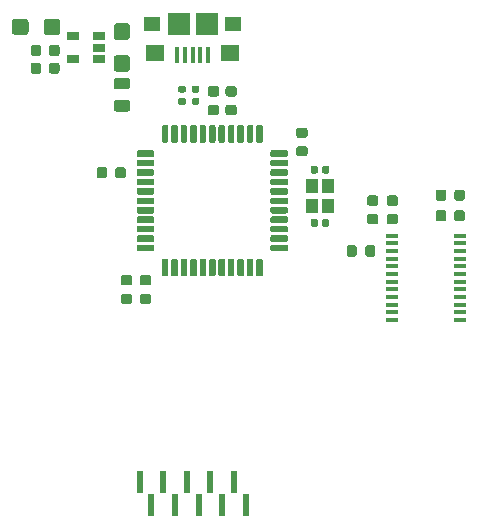
<source format=gbr>
G04 #@! TF.GenerationSoftware,KiCad,Pcbnew,(5.1.5)-3*
G04 #@! TF.CreationDate,2021-05-27T22:17:39+02:00*
G04 #@! TF.ProjectId,gamerino,67616d65-7269-46e6-9f2e-6b696361645f,01*
G04 #@! TF.SameCoordinates,Original*
G04 #@! TF.FileFunction,Paste,Bot*
G04 #@! TF.FilePolarity,Positive*
%FSLAX46Y46*%
G04 Gerber Fmt 4.6, Leading zero omitted, Abs format (unit mm)*
G04 Created by KiCad (PCBNEW (5.1.5)-3) date 2021-05-27 22:17:39*
%MOMM*%
%LPD*%
G04 APERTURE LIST*
%ADD10R,0.500000X1.950000*%
%ADD11C,0.100000*%
%ADD12R,0.400000X1.350000*%
%ADD13R,1.600000X1.400000*%
%ADD14R,1.450000X1.300000*%
%ADD15R,1.900000X1.900000*%
%ADD16R,1.000000X1.150000*%
%ADD17R,1.060000X0.650000*%
%ADD18R,1.100000X0.400000*%
G04 APERTURE END LIST*
D10*
X142500000Y-103725000D03*
X140500000Y-103725000D03*
X138500000Y-103725000D03*
X136500000Y-103725000D03*
X134500000Y-103725000D03*
X141500000Y-101775000D03*
X139500000Y-101775000D03*
X137500000Y-101775000D03*
X135500000Y-101775000D03*
X133500000Y-101775000D03*
D11*
G36*
X138448232Y-68270650D02*
G01*
X138461337Y-68272594D01*
X138474188Y-68275813D01*
X138486662Y-68280276D01*
X138498639Y-68285941D01*
X138510002Y-68292752D01*
X138520643Y-68300644D01*
X138530459Y-68309541D01*
X138539356Y-68319357D01*
X138547248Y-68329998D01*
X138554059Y-68341361D01*
X138559724Y-68353338D01*
X138564187Y-68365812D01*
X138567406Y-68378663D01*
X138569350Y-68391768D01*
X138570000Y-68405000D01*
X138570000Y-68675000D01*
X138569350Y-68688232D01*
X138567406Y-68701337D01*
X138564187Y-68714188D01*
X138559724Y-68726662D01*
X138554059Y-68738639D01*
X138547248Y-68750002D01*
X138539356Y-68760643D01*
X138530459Y-68770459D01*
X138520643Y-68779356D01*
X138510002Y-68787248D01*
X138498639Y-68794059D01*
X138486662Y-68799724D01*
X138474188Y-68804187D01*
X138461337Y-68807406D01*
X138448232Y-68809350D01*
X138435000Y-68810000D01*
X138065000Y-68810000D01*
X138051768Y-68809350D01*
X138038663Y-68807406D01*
X138025812Y-68804187D01*
X138013338Y-68799724D01*
X138001361Y-68794059D01*
X137989998Y-68787248D01*
X137979357Y-68779356D01*
X137969541Y-68770459D01*
X137960644Y-68760643D01*
X137952752Y-68750002D01*
X137945941Y-68738639D01*
X137940276Y-68726662D01*
X137935813Y-68714188D01*
X137932594Y-68701337D01*
X137930650Y-68688232D01*
X137930000Y-68675000D01*
X137930000Y-68405000D01*
X137930650Y-68391768D01*
X137932594Y-68378663D01*
X137935813Y-68365812D01*
X137940276Y-68353338D01*
X137945941Y-68341361D01*
X137952752Y-68329998D01*
X137960644Y-68319357D01*
X137969541Y-68309541D01*
X137979357Y-68300644D01*
X137989998Y-68292752D01*
X138001361Y-68285941D01*
X138013338Y-68280276D01*
X138025812Y-68275813D01*
X138038663Y-68272594D01*
X138051768Y-68270650D01*
X138065000Y-68270000D01*
X138435000Y-68270000D01*
X138448232Y-68270650D01*
G37*
G36*
X138448232Y-69290650D02*
G01*
X138461337Y-69292594D01*
X138474188Y-69295813D01*
X138486662Y-69300276D01*
X138498639Y-69305941D01*
X138510002Y-69312752D01*
X138520643Y-69320644D01*
X138530459Y-69329541D01*
X138539356Y-69339357D01*
X138547248Y-69349998D01*
X138554059Y-69361361D01*
X138559724Y-69373338D01*
X138564187Y-69385812D01*
X138567406Y-69398663D01*
X138569350Y-69411768D01*
X138570000Y-69425000D01*
X138570000Y-69695000D01*
X138569350Y-69708232D01*
X138567406Y-69721337D01*
X138564187Y-69734188D01*
X138559724Y-69746662D01*
X138554059Y-69758639D01*
X138547248Y-69770002D01*
X138539356Y-69780643D01*
X138530459Y-69790459D01*
X138520643Y-69799356D01*
X138510002Y-69807248D01*
X138498639Y-69814059D01*
X138486662Y-69819724D01*
X138474188Y-69824187D01*
X138461337Y-69827406D01*
X138448232Y-69829350D01*
X138435000Y-69830000D01*
X138065000Y-69830000D01*
X138051768Y-69829350D01*
X138038663Y-69827406D01*
X138025812Y-69824187D01*
X138013338Y-69819724D01*
X138001361Y-69814059D01*
X137989998Y-69807248D01*
X137979357Y-69799356D01*
X137969541Y-69790459D01*
X137960644Y-69780643D01*
X137952752Y-69770002D01*
X137945941Y-69758639D01*
X137940276Y-69746662D01*
X137935813Y-69734188D01*
X137932594Y-69721337D01*
X137930650Y-69708232D01*
X137930000Y-69695000D01*
X137930000Y-69425000D01*
X137930650Y-69411768D01*
X137932594Y-69398663D01*
X137935813Y-69385812D01*
X137940276Y-69373338D01*
X137945941Y-69361361D01*
X137952752Y-69349998D01*
X137960644Y-69339357D01*
X137969541Y-69329541D01*
X137979357Y-69320644D01*
X137989998Y-69312752D01*
X138001361Y-69305941D01*
X138013338Y-69300276D01*
X138025812Y-69295813D01*
X138038663Y-69292594D01*
X138051768Y-69290650D01*
X138065000Y-69290000D01*
X138435000Y-69290000D01*
X138448232Y-69290650D01*
G37*
G36*
X137298232Y-68270650D02*
G01*
X137311337Y-68272594D01*
X137324188Y-68275813D01*
X137336662Y-68280276D01*
X137348639Y-68285941D01*
X137360002Y-68292752D01*
X137370643Y-68300644D01*
X137380459Y-68309541D01*
X137389356Y-68319357D01*
X137397248Y-68329998D01*
X137404059Y-68341361D01*
X137409724Y-68353338D01*
X137414187Y-68365812D01*
X137417406Y-68378663D01*
X137419350Y-68391768D01*
X137420000Y-68405000D01*
X137420000Y-68675000D01*
X137419350Y-68688232D01*
X137417406Y-68701337D01*
X137414187Y-68714188D01*
X137409724Y-68726662D01*
X137404059Y-68738639D01*
X137397248Y-68750002D01*
X137389356Y-68760643D01*
X137380459Y-68770459D01*
X137370643Y-68779356D01*
X137360002Y-68787248D01*
X137348639Y-68794059D01*
X137336662Y-68799724D01*
X137324188Y-68804187D01*
X137311337Y-68807406D01*
X137298232Y-68809350D01*
X137285000Y-68810000D01*
X136915000Y-68810000D01*
X136901768Y-68809350D01*
X136888663Y-68807406D01*
X136875812Y-68804187D01*
X136863338Y-68799724D01*
X136851361Y-68794059D01*
X136839998Y-68787248D01*
X136829357Y-68779356D01*
X136819541Y-68770459D01*
X136810644Y-68760643D01*
X136802752Y-68750002D01*
X136795941Y-68738639D01*
X136790276Y-68726662D01*
X136785813Y-68714188D01*
X136782594Y-68701337D01*
X136780650Y-68688232D01*
X136780000Y-68675000D01*
X136780000Y-68405000D01*
X136780650Y-68391768D01*
X136782594Y-68378663D01*
X136785813Y-68365812D01*
X136790276Y-68353338D01*
X136795941Y-68341361D01*
X136802752Y-68329998D01*
X136810644Y-68319357D01*
X136819541Y-68309541D01*
X136829357Y-68300644D01*
X136839998Y-68292752D01*
X136851361Y-68285941D01*
X136863338Y-68280276D01*
X136875812Y-68275813D01*
X136888663Y-68272594D01*
X136901768Y-68270650D01*
X136915000Y-68270000D01*
X137285000Y-68270000D01*
X137298232Y-68270650D01*
G37*
G36*
X137298232Y-69290650D02*
G01*
X137311337Y-69292594D01*
X137324188Y-69295813D01*
X137336662Y-69300276D01*
X137348639Y-69305941D01*
X137360002Y-69312752D01*
X137370643Y-69320644D01*
X137380459Y-69329541D01*
X137389356Y-69339357D01*
X137397248Y-69349998D01*
X137404059Y-69361361D01*
X137409724Y-69373338D01*
X137414187Y-69385812D01*
X137417406Y-69398663D01*
X137419350Y-69411768D01*
X137420000Y-69425000D01*
X137420000Y-69695000D01*
X137419350Y-69708232D01*
X137417406Y-69721337D01*
X137414187Y-69734188D01*
X137409724Y-69746662D01*
X137404059Y-69758639D01*
X137397248Y-69770002D01*
X137389356Y-69780643D01*
X137380459Y-69790459D01*
X137370643Y-69799356D01*
X137360002Y-69807248D01*
X137348639Y-69814059D01*
X137336662Y-69819724D01*
X137324188Y-69824187D01*
X137311337Y-69827406D01*
X137298232Y-69829350D01*
X137285000Y-69830000D01*
X136915000Y-69830000D01*
X136901768Y-69829350D01*
X136888663Y-69827406D01*
X136875812Y-69824187D01*
X136863338Y-69819724D01*
X136851361Y-69814059D01*
X136839998Y-69807248D01*
X136829357Y-69799356D01*
X136819541Y-69790459D01*
X136810644Y-69780643D01*
X136802752Y-69770002D01*
X136795941Y-69758639D01*
X136790276Y-69746662D01*
X136785813Y-69734188D01*
X136782594Y-69721337D01*
X136780650Y-69708232D01*
X136780000Y-69695000D01*
X136780000Y-69425000D01*
X136780650Y-69411768D01*
X136782594Y-69398663D01*
X136785813Y-69385812D01*
X136790276Y-69373338D01*
X136795941Y-69361361D01*
X136802752Y-69349998D01*
X136810644Y-69339357D01*
X136819541Y-69329541D01*
X136829357Y-69320644D01*
X136839998Y-69312752D01*
X136851361Y-69305941D01*
X136863338Y-69300276D01*
X136875812Y-69295813D01*
X136888663Y-69292594D01*
X136901768Y-69290650D01*
X136915000Y-69290000D01*
X137285000Y-69290000D01*
X137298232Y-69290650D01*
G37*
D12*
X136700000Y-65675000D03*
X137350000Y-65675000D03*
X138000000Y-65675000D03*
X138650000Y-65675000D03*
X139300000Y-65675000D03*
D13*
X134800000Y-65450000D03*
X141200000Y-65450000D03*
D14*
X141425000Y-63000000D03*
X134575000Y-63000000D03*
D15*
X136800000Y-63000000D03*
X139200000Y-63000000D03*
D16*
X148070000Y-78450000D03*
X148070000Y-76700000D03*
X149470000Y-76700000D03*
X149470000Y-78450000D03*
D11*
G36*
X132677691Y-84276053D02*
G01*
X132698926Y-84279203D01*
X132719750Y-84284419D01*
X132739962Y-84291651D01*
X132759368Y-84300830D01*
X132777781Y-84311866D01*
X132795024Y-84324654D01*
X132810930Y-84339070D01*
X132825346Y-84354976D01*
X132838134Y-84372219D01*
X132849170Y-84390632D01*
X132858349Y-84410038D01*
X132865581Y-84430250D01*
X132870797Y-84451074D01*
X132873947Y-84472309D01*
X132875000Y-84493750D01*
X132875000Y-84931250D01*
X132873947Y-84952691D01*
X132870797Y-84973926D01*
X132865581Y-84994750D01*
X132858349Y-85014962D01*
X132849170Y-85034368D01*
X132838134Y-85052781D01*
X132825346Y-85070024D01*
X132810930Y-85085930D01*
X132795024Y-85100346D01*
X132777781Y-85113134D01*
X132759368Y-85124170D01*
X132739962Y-85133349D01*
X132719750Y-85140581D01*
X132698926Y-85145797D01*
X132677691Y-85148947D01*
X132656250Y-85150000D01*
X132143750Y-85150000D01*
X132122309Y-85148947D01*
X132101074Y-85145797D01*
X132080250Y-85140581D01*
X132060038Y-85133349D01*
X132040632Y-85124170D01*
X132022219Y-85113134D01*
X132004976Y-85100346D01*
X131989070Y-85085930D01*
X131974654Y-85070024D01*
X131961866Y-85052781D01*
X131950830Y-85034368D01*
X131941651Y-85014962D01*
X131934419Y-84994750D01*
X131929203Y-84973926D01*
X131926053Y-84952691D01*
X131925000Y-84931250D01*
X131925000Y-84493750D01*
X131926053Y-84472309D01*
X131929203Y-84451074D01*
X131934419Y-84430250D01*
X131941651Y-84410038D01*
X131950830Y-84390632D01*
X131961866Y-84372219D01*
X131974654Y-84354976D01*
X131989070Y-84339070D01*
X132004976Y-84324654D01*
X132022219Y-84311866D01*
X132040632Y-84300830D01*
X132060038Y-84291651D01*
X132080250Y-84284419D01*
X132101074Y-84279203D01*
X132122309Y-84276053D01*
X132143750Y-84275000D01*
X132656250Y-84275000D01*
X132677691Y-84276053D01*
G37*
G36*
X132677691Y-85851053D02*
G01*
X132698926Y-85854203D01*
X132719750Y-85859419D01*
X132739962Y-85866651D01*
X132759368Y-85875830D01*
X132777781Y-85886866D01*
X132795024Y-85899654D01*
X132810930Y-85914070D01*
X132825346Y-85929976D01*
X132838134Y-85947219D01*
X132849170Y-85965632D01*
X132858349Y-85985038D01*
X132865581Y-86005250D01*
X132870797Y-86026074D01*
X132873947Y-86047309D01*
X132875000Y-86068750D01*
X132875000Y-86506250D01*
X132873947Y-86527691D01*
X132870797Y-86548926D01*
X132865581Y-86569750D01*
X132858349Y-86589962D01*
X132849170Y-86609368D01*
X132838134Y-86627781D01*
X132825346Y-86645024D01*
X132810930Y-86660930D01*
X132795024Y-86675346D01*
X132777781Y-86688134D01*
X132759368Y-86699170D01*
X132739962Y-86708349D01*
X132719750Y-86715581D01*
X132698926Y-86720797D01*
X132677691Y-86723947D01*
X132656250Y-86725000D01*
X132143750Y-86725000D01*
X132122309Y-86723947D01*
X132101074Y-86720797D01*
X132080250Y-86715581D01*
X132060038Y-86708349D01*
X132040632Y-86699170D01*
X132022219Y-86688134D01*
X132004976Y-86675346D01*
X131989070Y-86660930D01*
X131974654Y-86645024D01*
X131961866Y-86627781D01*
X131950830Y-86609368D01*
X131941651Y-86589962D01*
X131934419Y-86569750D01*
X131929203Y-86548926D01*
X131926053Y-86527691D01*
X131925000Y-86506250D01*
X131925000Y-86068750D01*
X131926053Y-86047309D01*
X131929203Y-86026074D01*
X131934419Y-86005250D01*
X131941651Y-85985038D01*
X131950830Y-85965632D01*
X131961866Y-85947219D01*
X131974654Y-85929976D01*
X131989070Y-85914070D01*
X132004976Y-85899654D01*
X132022219Y-85886866D01*
X132040632Y-85875830D01*
X132060038Y-85866651D01*
X132080250Y-85859419D01*
X132101074Y-85854203D01*
X132122309Y-85851053D01*
X132143750Y-85850000D01*
X132656250Y-85850000D01*
X132677691Y-85851053D01*
G37*
G36*
X132449505Y-62951204D02*
G01*
X132473773Y-62954804D01*
X132497572Y-62960765D01*
X132520671Y-62969030D01*
X132542850Y-62979520D01*
X132563893Y-62992132D01*
X132583599Y-63006747D01*
X132601777Y-63023223D01*
X132618253Y-63041401D01*
X132632868Y-63061107D01*
X132645480Y-63082150D01*
X132655970Y-63104329D01*
X132664235Y-63127428D01*
X132670196Y-63151227D01*
X132673796Y-63175495D01*
X132675000Y-63199999D01*
X132675000Y-64100001D01*
X132673796Y-64124505D01*
X132670196Y-64148773D01*
X132664235Y-64172572D01*
X132655970Y-64195671D01*
X132645480Y-64217850D01*
X132632868Y-64238893D01*
X132618253Y-64258599D01*
X132601777Y-64276777D01*
X132583599Y-64293253D01*
X132563893Y-64307868D01*
X132542850Y-64320480D01*
X132520671Y-64330970D01*
X132497572Y-64339235D01*
X132473773Y-64345196D01*
X132449505Y-64348796D01*
X132425001Y-64350000D01*
X131574999Y-64350000D01*
X131550495Y-64348796D01*
X131526227Y-64345196D01*
X131502428Y-64339235D01*
X131479329Y-64330970D01*
X131457150Y-64320480D01*
X131436107Y-64307868D01*
X131416401Y-64293253D01*
X131398223Y-64276777D01*
X131381747Y-64258599D01*
X131367132Y-64238893D01*
X131354520Y-64217850D01*
X131344030Y-64195671D01*
X131335765Y-64172572D01*
X131329804Y-64148773D01*
X131326204Y-64124505D01*
X131325000Y-64100001D01*
X131325000Y-63199999D01*
X131326204Y-63175495D01*
X131329804Y-63151227D01*
X131335765Y-63127428D01*
X131344030Y-63104329D01*
X131354520Y-63082150D01*
X131367132Y-63061107D01*
X131381747Y-63041401D01*
X131398223Y-63023223D01*
X131416401Y-63006747D01*
X131436107Y-62992132D01*
X131457150Y-62979520D01*
X131479329Y-62969030D01*
X131502428Y-62960765D01*
X131526227Y-62954804D01*
X131550495Y-62951204D01*
X131574999Y-62950000D01*
X132425001Y-62950000D01*
X132449505Y-62951204D01*
G37*
G36*
X132449505Y-65651204D02*
G01*
X132473773Y-65654804D01*
X132497572Y-65660765D01*
X132520671Y-65669030D01*
X132542850Y-65679520D01*
X132563893Y-65692132D01*
X132583599Y-65706747D01*
X132601777Y-65723223D01*
X132618253Y-65741401D01*
X132632868Y-65761107D01*
X132645480Y-65782150D01*
X132655970Y-65804329D01*
X132664235Y-65827428D01*
X132670196Y-65851227D01*
X132673796Y-65875495D01*
X132675000Y-65899999D01*
X132675000Y-66800001D01*
X132673796Y-66824505D01*
X132670196Y-66848773D01*
X132664235Y-66872572D01*
X132655970Y-66895671D01*
X132645480Y-66917850D01*
X132632868Y-66938893D01*
X132618253Y-66958599D01*
X132601777Y-66976777D01*
X132583599Y-66993253D01*
X132563893Y-67007868D01*
X132542850Y-67020480D01*
X132520671Y-67030970D01*
X132497572Y-67039235D01*
X132473773Y-67045196D01*
X132449505Y-67048796D01*
X132425001Y-67050000D01*
X131574999Y-67050000D01*
X131550495Y-67048796D01*
X131526227Y-67045196D01*
X131502428Y-67039235D01*
X131479329Y-67030970D01*
X131457150Y-67020480D01*
X131436107Y-67007868D01*
X131416401Y-66993253D01*
X131398223Y-66976777D01*
X131381747Y-66958599D01*
X131367132Y-66938893D01*
X131354520Y-66917850D01*
X131344030Y-66895671D01*
X131335765Y-66872572D01*
X131329804Y-66848773D01*
X131326204Y-66824505D01*
X131325000Y-66800001D01*
X131325000Y-65899999D01*
X131326204Y-65875495D01*
X131329804Y-65851227D01*
X131335765Y-65827428D01*
X131344030Y-65804329D01*
X131354520Y-65782150D01*
X131367132Y-65761107D01*
X131381747Y-65741401D01*
X131398223Y-65723223D01*
X131416401Y-65706747D01*
X131436107Y-65692132D01*
X131457150Y-65679520D01*
X131479329Y-65669030D01*
X131502428Y-65660765D01*
X131526227Y-65654804D01*
X131550495Y-65651204D01*
X131574999Y-65650000D01*
X132425001Y-65650000D01*
X132449505Y-65651204D01*
G37*
G36*
X126574730Y-62576203D02*
G01*
X126598974Y-62579799D01*
X126622749Y-62585754D01*
X126645825Y-62594011D01*
X126667981Y-62604490D01*
X126689004Y-62617090D01*
X126708690Y-62631691D01*
X126726850Y-62648150D01*
X126743309Y-62666310D01*
X126757910Y-62685996D01*
X126770510Y-62707019D01*
X126780989Y-62729175D01*
X126789246Y-62752251D01*
X126795201Y-62776026D01*
X126798797Y-62800270D01*
X126800000Y-62824750D01*
X126800000Y-63675250D01*
X126798797Y-63699730D01*
X126795201Y-63723974D01*
X126789246Y-63747749D01*
X126780989Y-63770825D01*
X126770510Y-63792981D01*
X126757910Y-63814004D01*
X126743309Y-63833690D01*
X126726850Y-63851850D01*
X126708690Y-63868309D01*
X126689004Y-63882910D01*
X126667981Y-63895510D01*
X126645825Y-63905989D01*
X126622749Y-63914246D01*
X126598974Y-63920201D01*
X126574730Y-63923797D01*
X126550250Y-63925000D01*
X125649750Y-63925000D01*
X125625270Y-63923797D01*
X125601026Y-63920201D01*
X125577251Y-63914246D01*
X125554175Y-63905989D01*
X125532019Y-63895510D01*
X125510996Y-63882910D01*
X125491310Y-63868309D01*
X125473150Y-63851850D01*
X125456691Y-63833690D01*
X125442090Y-63814004D01*
X125429490Y-63792981D01*
X125419011Y-63770825D01*
X125410754Y-63747749D01*
X125404799Y-63723974D01*
X125401203Y-63699730D01*
X125400000Y-63675250D01*
X125400000Y-62824750D01*
X125401203Y-62800270D01*
X125404799Y-62776026D01*
X125410754Y-62752251D01*
X125419011Y-62729175D01*
X125429490Y-62707019D01*
X125442090Y-62685996D01*
X125456691Y-62666310D01*
X125473150Y-62648150D01*
X125491310Y-62631691D01*
X125510996Y-62617090D01*
X125532019Y-62604490D01*
X125554175Y-62594011D01*
X125577251Y-62585754D01*
X125601026Y-62579799D01*
X125625270Y-62576203D01*
X125649750Y-62575000D01*
X126550250Y-62575000D01*
X126574730Y-62576203D01*
G37*
G36*
X123874505Y-62576204D02*
G01*
X123898773Y-62579804D01*
X123922572Y-62585765D01*
X123945671Y-62594030D01*
X123967850Y-62604520D01*
X123988893Y-62617132D01*
X124008599Y-62631747D01*
X124026777Y-62648223D01*
X124043253Y-62666401D01*
X124057868Y-62686107D01*
X124070480Y-62707150D01*
X124080970Y-62729329D01*
X124089235Y-62752428D01*
X124095196Y-62776227D01*
X124098796Y-62800495D01*
X124100000Y-62824999D01*
X124100000Y-63675001D01*
X124098796Y-63699505D01*
X124095196Y-63723773D01*
X124089235Y-63747572D01*
X124080970Y-63770671D01*
X124070480Y-63792850D01*
X124057868Y-63813893D01*
X124043253Y-63833599D01*
X124026777Y-63851777D01*
X124008599Y-63868253D01*
X123988893Y-63882868D01*
X123967850Y-63895480D01*
X123945671Y-63905970D01*
X123922572Y-63914235D01*
X123898773Y-63920196D01*
X123874505Y-63923796D01*
X123850001Y-63925000D01*
X122949999Y-63925000D01*
X122925495Y-63923796D01*
X122901227Y-63920196D01*
X122877428Y-63914235D01*
X122854329Y-63905970D01*
X122832150Y-63895480D01*
X122811107Y-63882868D01*
X122791401Y-63868253D01*
X122773223Y-63851777D01*
X122756747Y-63833599D01*
X122742132Y-63813893D01*
X122729520Y-63792850D01*
X122719030Y-63770671D01*
X122710765Y-63747572D01*
X122704804Y-63723773D01*
X122701204Y-63699505D01*
X122700000Y-63675001D01*
X122700000Y-62824999D01*
X122701204Y-62800495D01*
X122704804Y-62776227D01*
X122710765Y-62752428D01*
X122719030Y-62729329D01*
X122729520Y-62707150D01*
X122742132Y-62686107D01*
X122756747Y-62666401D01*
X122773223Y-62648223D01*
X122791401Y-62631747D01*
X122811107Y-62617132D01*
X122832150Y-62604520D01*
X122854329Y-62594030D01*
X122877428Y-62585765D01*
X122901227Y-62579804D01*
X122925495Y-62576204D01*
X122949999Y-62575000D01*
X123850001Y-62575000D01*
X123874505Y-62576204D01*
G37*
G36*
X148446958Y-75030710D02*
G01*
X148461276Y-75032834D01*
X148475317Y-75036351D01*
X148488946Y-75041228D01*
X148502031Y-75047417D01*
X148514447Y-75054858D01*
X148526073Y-75063481D01*
X148536798Y-75073202D01*
X148546519Y-75083927D01*
X148555142Y-75095553D01*
X148562583Y-75107969D01*
X148568772Y-75121054D01*
X148573649Y-75134683D01*
X148577166Y-75148724D01*
X148579290Y-75163042D01*
X148580000Y-75177500D01*
X148580000Y-75522500D01*
X148579290Y-75536958D01*
X148577166Y-75551276D01*
X148573649Y-75565317D01*
X148568772Y-75578946D01*
X148562583Y-75592031D01*
X148555142Y-75604447D01*
X148546519Y-75616073D01*
X148536798Y-75626798D01*
X148526073Y-75636519D01*
X148514447Y-75645142D01*
X148502031Y-75652583D01*
X148488946Y-75658772D01*
X148475317Y-75663649D01*
X148461276Y-75667166D01*
X148446958Y-75669290D01*
X148432500Y-75670000D01*
X148137500Y-75670000D01*
X148123042Y-75669290D01*
X148108724Y-75667166D01*
X148094683Y-75663649D01*
X148081054Y-75658772D01*
X148067969Y-75652583D01*
X148055553Y-75645142D01*
X148043927Y-75636519D01*
X148033202Y-75626798D01*
X148023481Y-75616073D01*
X148014858Y-75604447D01*
X148007417Y-75592031D01*
X148001228Y-75578946D01*
X147996351Y-75565317D01*
X147992834Y-75551276D01*
X147990710Y-75536958D01*
X147990000Y-75522500D01*
X147990000Y-75177500D01*
X147990710Y-75163042D01*
X147992834Y-75148724D01*
X147996351Y-75134683D01*
X148001228Y-75121054D01*
X148007417Y-75107969D01*
X148014858Y-75095553D01*
X148023481Y-75083927D01*
X148033202Y-75073202D01*
X148043927Y-75063481D01*
X148055553Y-75054858D01*
X148067969Y-75047417D01*
X148081054Y-75041228D01*
X148094683Y-75036351D01*
X148108724Y-75032834D01*
X148123042Y-75030710D01*
X148137500Y-75030000D01*
X148432500Y-75030000D01*
X148446958Y-75030710D01*
G37*
G36*
X149416958Y-75030710D02*
G01*
X149431276Y-75032834D01*
X149445317Y-75036351D01*
X149458946Y-75041228D01*
X149472031Y-75047417D01*
X149484447Y-75054858D01*
X149496073Y-75063481D01*
X149506798Y-75073202D01*
X149516519Y-75083927D01*
X149525142Y-75095553D01*
X149532583Y-75107969D01*
X149538772Y-75121054D01*
X149543649Y-75134683D01*
X149547166Y-75148724D01*
X149549290Y-75163042D01*
X149550000Y-75177500D01*
X149550000Y-75522500D01*
X149549290Y-75536958D01*
X149547166Y-75551276D01*
X149543649Y-75565317D01*
X149538772Y-75578946D01*
X149532583Y-75592031D01*
X149525142Y-75604447D01*
X149516519Y-75616073D01*
X149506798Y-75626798D01*
X149496073Y-75636519D01*
X149484447Y-75645142D01*
X149472031Y-75652583D01*
X149458946Y-75658772D01*
X149445317Y-75663649D01*
X149431276Y-75667166D01*
X149416958Y-75669290D01*
X149402500Y-75670000D01*
X149107500Y-75670000D01*
X149093042Y-75669290D01*
X149078724Y-75667166D01*
X149064683Y-75663649D01*
X149051054Y-75658772D01*
X149037969Y-75652583D01*
X149025553Y-75645142D01*
X149013927Y-75636519D01*
X149003202Y-75626798D01*
X148993481Y-75616073D01*
X148984858Y-75604447D01*
X148977417Y-75592031D01*
X148971228Y-75578946D01*
X148966351Y-75565317D01*
X148962834Y-75551276D01*
X148960710Y-75536958D01*
X148960000Y-75522500D01*
X148960000Y-75177500D01*
X148960710Y-75163042D01*
X148962834Y-75148724D01*
X148966351Y-75134683D01*
X148971228Y-75121054D01*
X148977417Y-75107969D01*
X148984858Y-75095553D01*
X148993481Y-75083927D01*
X149003202Y-75073202D01*
X149013927Y-75063481D01*
X149025553Y-75054858D01*
X149037969Y-75047417D01*
X149051054Y-75041228D01*
X149064683Y-75036351D01*
X149078724Y-75032834D01*
X149093042Y-75030710D01*
X149107500Y-75030000D01*
X149402500Y-75030000D01*
X149416958Y-75030710D01*
G37*
G36*
X149416958Y-79530710D02*
G01*
X149431276Y-79532834D01*
X149445317Y-79536351D01*
X149458946Y-79541228D01*
X149472031Y-79547417D01*
X149484447Y-79554858D01*
X149496073Y-79563481D01*
X149506798Y-79573202D01*
X149516519Y-79583927D01*
X149525142Y-79595553D01*
X149532583Y-79607969D01*
X149538772Y-79621054D01*
X149543649Y-79634683D01*
X149547166Y-79648724D01*
X149549290Y-79663042D01*
X149550000Y-79677500D01*
X149550000Y-80022500D01*
X149549290Y-80036958D01*
X149547166Y-80051276D01*
X149543649Y-80065317D01*
X149538772Y-80078946D01*
X149532583Y-80092031D01*
X149525142Y-80104447D01*
X149516519Y-80116073D01*
X149506798Y-80126798D01*
X149496073Y-80136519D01*
X149484447Y-80145142D01*
X149472031Y-80152583D01*
X149458946Y-80158772D01*
X149445317Y-80163649D01*
X149431276Y-80167166D01*
X149416958Y-80169290D01*
X149402500Y-80170000D01*
X149107500Y-80170000D01*
X149093042Y-80169290D01*
X149078724Y-80167166D01*
X149064683Y-80163649D01*
X149051054Y-80158772D01*
X149037969Y-80152583D01*
X149025553Y-80145142D01*
X149013927Y-80136519D01*
X149003202Y-80126798D01*
X148993481Y-80116073D01*
X148984858Y-80104447D01*
X148977417Y-80092031D01*
X148971228Y-80078946D01*
X148966351Y-80065317D01*
X148962834Y-80051276D01*
X148960710Y-80036958D01*
X148960000Y-80022500D01*
X148960000Y-79677500D01*
X148960710Y-79663042D01*
X148962834Y-79648724D01*
X148966351Y-79634683D01*
X148971228Y-79621054D01*
X148977417Y-79607969D01*
X148984858Y-79595553D01*
X148993481Y-79583927D01*
X149003202Y-79573202D01*
X149013927Y-79563481D01*
X149025553Y-79554858D01*
X149037969Y-79547417D01*
X149051054Y-79541228D01*
X149064683Y-79536351D01*
X149078724Y-79532834D01*
X149093042Y-79530710D01*
X149107500Y-79530000D01*
X149402500Y-79530000D01*
X149416958Y-79530710D01*
G37*
G36*
X148446958Y-79530710D02*
G01*
X148461276Y-79532834D01*
X148475317Y-79536351D01*
X148488946Y-79541228D01*
X148502031Y-79547417D01*
X148514447Y-79554858D01*
X148526073Y-79563481D01*
X148536798Y-79573202D01*
X148546519Y-79583927D01*
X148555142Y-79595553D01*
X148562583Y-79607969D01*
X148568772Y-79621054D01*
X148573649Y-79634683D01*
X148577166Y-79648724D01*
X148579290Y-79663042D01*
X148580000Y-79677500D01*
X148580000Y-80022500D01*
X148579290Y-80036958D01*
X148577166Y-80051276D01*
X148573649Y-80065317D01*
X148568772Y-80078946D01*
X148562583Y-80092031D01*
X148555142Y-80104447D01*
X148546519Y-80116073D01*
X148536798Y-80126798D01*
X148526073Y-80136519D01*
X148514447Y-80145142D01*
X148502031Y-80152583D01*
X148488946Y-80158772D01*
X148475317Y-80163649D01*
X148461276Y-80167166D01*
X148446958Y-80169290D01*
X148432500Y-80170000D01*
X148137500Y-80170000D01*
X148123042Y-80169290D01*
X148108724Y-80167166D01*
X148094683Y-80163649D01*
X148081054Y-80158772D01*
X148067969Y-80152583D01*
X148055553Y-80145142D01*
X148043927Y-80136519D01*
X148033202Y-80126798D01*
X148023481Y-80116073D01*
X148014858Y-80104447D01*
X148007417Y-80092031D01*
X148001228Y-80078946D01*
X147996351Y-80065317D01*
X147992834Y-80051276D01*
X147990710Y-80036958D01*
X147990000Y-80022500D01*
X147990000Y-79677500D01*
X147990710Y-79663042D01*
X147992834Y-79648724D01*
X147996351Y-79634683D01*
X148001228Y-79621054D01*
X148007417Y-79607969D01*
X148014858Y-79595553D01*
X148023481Y-79583927D01*
X148033202Y-79573202D01*
X148043927Y-79563481D01*
X148055553Y-79554858D01*
X148067969Y-79547417D01*
X148081054Y-79541228D01*
X148094683Y-79536351D01*
X148108724Y-79532834D01*
X148123042Y-79530710D01*
X148137500Y-79530000D01*
X148432500Y-79530000D01*
X148446958Y-79530710D01*
G37*
G36*
X124952691Y-64776053D02*
G01*
X124973926Y-64779203D01*
X124994750Y-64784419D01*
X125014962Y-64791651D01*
X125034368Y-64800830D01*
X125052781Y-64811866D01*
X125070024Y-64824654D01*
X125085930Y-64839070D01*
X125100346Y-64854976D01*
X125113134Y-64872219D01*
X125124170Y-64890632D01*
X125133349Y-64910038D01*
X125140581Y-64930250D01*
X125145797Y-64951074D01*
X125148947Y-64972309D01*
X125150000Y-64993750D01*
X125150000Y-65506250D01*
X125148947Y-65527691D01*
X125145797Y-65548926D01*
X125140581Y-65569750D01*
X125133349Y-65589962D01*
X125124170Y-65609368D01*
X125113134Y-65627781D01*
X125100346Y-65645024D01*
X125085930Y-65660930D01*
X125070024Y-65675346D01*
X125052781Y-65688134D01*
X125034368Y-65699170D01*
X125014962Y-65708349D01*
X124994750Y-65715581D01*
X124973926Y-65720797D01*
X124952691Y-65723947D01*
X124931250Y-65725000D01*
X124493750Y-65725000D01*
X124472309Y-65723947D01*
X124451074Y-65720797D01*
X124430250Y-65715581D01*
X124410038Y-65708349D01*
X124390632Y-65699170D01*
X124372219Y-65688134D01*
X124354976Y-65675346D01*
X124339070Y-65660930D01*
X124324654Y-65645024D01*
X124311866Y-65627781D01*
X124300830Y-65609368D01*
X124291651Y-65589962D01*
X124284419Y-65569750D01*
X124279203Y-65548926D01*
X124276053Y-65527691D01*
X124275000Y-65506250D01*
X124275000Y-64993750D01*
X124276053Y-64972309D01*
X124279203Y-64951074D01*
X124284419Y-64930250D01*
X124291651Y-64910038D01*
X124300830Y-64890632D01*
X124311866Y-64872219D01*
X124324654Y-64854976D01*
X124339070Y-64839070D01*
X124354976Y-64824654D01*
X124372219Y-64811866D01*
X124390632Y-64800830D01*
X124410038Y-64791651D01*
X124430250Y-64784419D01*
X124451074Y-64779203D01*
X124472309Y-64776053D01*
X124493750Y-64775000D01*
X124931250Y-64775000D01*
X124952691Y-64776053D01*
G37*
G36*
X126527691Y-64776053D02*
G01*
X126548926Y-64779203D01*
X126569750Y-64784419D01*
X126589962Y-64791651D01*
X126609368Y-64800830D01*
X126627781Y-64811866D01*
X126645024Y-64824654D01*
X126660930Y-64839070D01*
X126675346Y-64854976D01*
X126688134Y-64872219D01*
X126699170Y-64890632D01*
X126708349Y-64910038D01*
X126715581Y-64930250D01*
X126720797Y-64951074D01*
X126723947Y-64972309D01*
X126725000Y-64993750D01*
X126725000Y-65506250D01*
X126723947Y-65527691D01*
X126720797Y-65548926D01*
X126715581Y-65569750D01*
X126708349Y-65589962D01*
X126699170Y-65609368D01*
X126688134Y-65627781D01*
X126675346Y-65645024D01*
X126660930Y-65660930D01*
X126645024Y-65675346D01*
X126627781Y-65688134D01*
X126609368Y-65699170D01*
X126589962Y-65708349D01*
X126569750Y-65715581D01*
X126548926Y-65720797D01*
X126527691Y-65723947D01*
X126506250Y-65725000D01*
X126068750Y-65725000D01*
X126047309Y-65723947D01*
X126026074Y-65720797D01*
X126005250Y-65715581D01*
X125985038Y-65708349D01*
X125965632Y-65699170D01*
X125947219Y-65688134D01*
X125929976Y-65675346D01*
X125914070Y-65660930D01*
X125899654Y-65645024D01*
X125886866Y-65627781D01*
X125875830Y-65609368D01*
X125866651Y-65589962D01*
X125859419Y-65569750D01*
X125854203Y-65548926D01*
X125851053Y-65527691D01*
X125850000Y-65506250D01*
X125850000Y-64993750D01*
X125851053Y-64972309D01*
X125854203Y-64951074D01*
X125859419Y-64930250D01*
X125866651Y-64910038D01*
X125875830Y-64890632D01*
X125886866Y-64872219D01*
X125899654Y-64854976D01*
X125914070Y-64839070D01*
X125929976Y-64824654D01*
X125947219Y-64811866D01*
X125965632Y-64800830D01*
X125985038Y-64791651D01*
X126005250Y-64784419D01*
X126026074Y-64779203D01*
X126047309Y-64776053D01*
X126068750Y-64775000D01*
X126506250Y-64775000D01*
X126527691Y-64776053D01*
G37*
G36*
X126527691Y-66276053D02*
G01*
X126548926Y-66279203D01*
X126569750Y-66284419D01*
X126589962Y-66291651D01*
X126609368Y-66300830D01*
X126627781Y-66311866D01*
X126645024Y-66324654D01*
X126660930Y-66339070D01*
X126675346Y-66354976D01*
X126688134Y-66372219D01*
X126699170Y-66390632D01*
X126708349Y-66410038D01*
X126715581Y-66430250D01*
X126720797Y-66451074D01*
X126723947Y-66472309D01*
X126725000Y-66493750D01*
X126725000Y-67006250D01*
X126723947Y-67027691D01*
X126720797Y-67048926D01*
X126715581Y-67069750D01*
X126708349Y-67089962D01*
X126699170Y-67109368D01*
X126688134Y-67127781D01*
X126675346Y-67145024D01*
X126660930Y-67160930D01*
X126645024Y-67175346D01*
X126627781Y-67188134D01*
X126609368Y-67199170D01*
X126589962Y-67208349D01*
X126569750Y-67215581D01*
X126548926Y-67220797D01*
X126527691Y-67223947D01*
X126506250Y-67225000D01*
X126068750Y-67225000D01*
X126047309Y-67223947D01*
X126026074Y-67220797D01*
X126005250Y-67215581D01*
X125985038Y-67208349D01*
X125965632Y-67199170D01*
X125947219Y-67188134D01*
X125929976Y-67175346D01*
X125914070Y-67160930D01*
X125899654Y-67145024D01*
X125886866Y-67127781D01*
X125875830Y-67109368D01*
X125866651Y-67089962D01*
X125859419Y-67069750D01*
X125854203Y-67048926D01*
X125851053Y-67027691D01*
X125850000Y-67006250D01*
X125850000Y-66493750D01*
X125851053Y-66472309D01*
X125854203Y-66451074D01*
X125859419Y-66430250D01*
X125866651Y-66410038D01*
X125875830Y-66390632D01*
X125886866Y-66372219D01*
X125899654Y-66354976D01*
X125914070Y-66339070D01*
X125929976Y-66324654D01*
X125947219Y-66311866D01*
X125965632Y-66300830D01*
X125985038Y-66291651D01*
X126005250Y-66284419D01*
X126026074Y-66279203D01*
X126047309Y-66276053D01*
X126068750Y-66275000D01*
X126506250Y-66275000D01*
X126527691Y-66276053D01*
G37*
G36*
X124952691Y-66276053D02*
G01*
X124973926Y-66279203D01*
X124994750Y-66284419D01*
X125014962Y-66291651D01*
X125034368Y-66300830D01*
X125052781Y-66311866D01*
X125070024Y-66324654D01*
X125085930Y-66339070D01*
X125100346Y-66354976D01*
X125113134Y-66372219D01*
X125124170Y-66390632D01*
X125133349Y-66410038D01*
X125140581Y-66430250D01*
X125145797Y-66451074D01*
X125148947Y-66472309D01*
X125150000Y-66493750D01*
X125150000Y-67006250D01*
X125148947Y-67027691D01*
X125145797Y-67048926D01*
X125140581Y-67069750D01*
X125133349Y-67089962D01*
X125124170Y-67109368D01*
X125113134Y-67127781D01*
X125100346Y-67145024D01*
X125085930Y-67160930D01*
X125070024Y-67175346D01*
X125052781Y-67188134D01*
X125034368Y-67199170D01*
X125014962Y-67208349D01*
X124994750Y-67215581D01*
X124973926Y-67220797D01*
X124952691Y-67223947D01*
X124931250Y-67225000D01*
X124493750Y-67225000D01*
X124472309Y-67223947D01*
X124451074Y-67220797D01*
X124430250Y-67215581D01*
X124410038Y-67208349D01*
X124390632Y-67199170D01*
X124372219Y-67188134D01*
X124354976Y-67175346D01*
X124339070Y-67160930D01*
X124324654Y-67145024D01*
X124311866Y-67127781D01*
X124300830Y-67109368D01*
X124291651Y-67089962D01*
X124284419Y-67069750D01*
X124279203Y-67048926D01*
X124276053Y-67027691D01*
X124275000Y-67006250D01*
X124275000Y-66493750D01*
X124276053Y-66472309D01*
X124279203Y-66451074D01*
X124284419Y-66430250D01*
X124291651Y-66410038D01*
X124300830Y-66390632D01*
X124311866Y-66372219D01*
X124324654Y-66354976D01*
X124339070Y-66339070D01*
X124354976Y-66324654D01*
X124372219Y-66311866D01*
X124390632Y-66300830D01*
X124410038Y-66291651D01*
X124430250Y-66284419D01*
X124451074Y-66279203D01*
X124472309Y-66276053D01*
X124493750Y-66275000D01*
X124931250Y-66275000D01*
X124952691Y-66276053D01*
G37*
G36*
X132127691Y-75126053D02*
G01*
X132148926Y-75129203D01*
X132169750Y-75134419D01*
X132189962Y-75141651D01*
X132209368Y-75150830D01*
X132227781Y-75161866D01*
X132245024Y-75174654D01*
X132260930Y-75189070D01*
X132275346Y-75204976D01*
X132288134Y-75222219D01*
X132299170Y-75240632D01*
X132308349Y-75260038D01*
X132315581Y-75280250D01*
X132320797Y-75301074D01*
X132323947Y-75322309D01*
X132325000Y-75343750D01*
X132325000Y-75856250D01*
X132323947Y-75877691D01*
X132320797Y-75898926D01*
X132315581Y-75919750D01*
X132308349Y-75939962D01*
X132299170Y-75959368D01*
X132288134Y-75977781D01*
X132275346Y-75995024D01*
X132260930Y-76010930D01*
X132245024Y-76025346D01*
X132227781Y-76038134D01*
X132209368Y-76049170D01*
X132189962Y-76058349D01*
X132169750Y-76065581D01*
X132148926Y-76070797D01*
X132127691Y-76073947D01*
X132106250Y-76075000D01*
X131668750Y-76075000D01*
X131647309Y-76073947D01*
X131626074Y-76070797D01*
X131605250Y-76065581D01*
X131585038Y-76058349D01*
X131565632Y-76049170D01*
X131547219Y-76038134D01*
X131529976Y-76025346D01*
X131514070Y-76010930D01*
X131499654Y-75995024D01*
X131486866Y-75977781D01*
X131475830Y-75959368D01*
X131466651Y-75939962D01*
X131459419Y-75919750D01*
X131454203Y-75898926D01*
X131451053Y-75877691D01*
X131450000Y-75856250D01*
X131450000Y-75343750D01*
X131451053Y-75322309D01*
X131454203Y-75301074D01*
X131459419Y-75280250D01*
X131466651Y-75260038D01*
X131475830Y-75240632D01*
X131486866Y-75222219D01*
X131499654Y-75204976D01*
X131514070Y-75189070D01*
X131529976Y-75174654D01*
X131547219Y-75161866D01*
X131565632Y-75150830D01*
X131585038Y-75141651D01*
X131605250Y-75134419D01*
X131626074Y-75129203D01*
X131647309Y-75126053D01*
X131668750Y-75125000D01*
X132106250Y-75125000D01*
X132127691Y-75126053D01*
G37*
G36*
X130552691Y-75126053D02*
G01*
X130573926Y-75129203D01*
X130594750Y-75134419D01*
X130614962Y-75141651D01*
X130634368Y-75150830D01*
X130652781Y-75161866D01*
X130670024Y-75174654D01*
X130685930Y-75189070D01*
X130700346Y-75204976D01*
X130713134Y-75222219D01*
X130724170Y-75240632D01*
X130733349Y-75260038D01*
X130740581Y-75280250D01*
X130745797Y-75301074D01*
X130748947Y-75322309D01*
X130750000Y-75343750D01*
X130750000Y-75856250D01*
X130748947Y-75877691D01*
X130745797Y-75898926D01*
X130740581Y-75919750D01*
X130733349Y-75939962D01*
X130724170Y-75959368D01*
X130713134Y-75977781D01*
X130700346Y-75995024D01*
X130685930Y-76010930D01*
X130670024Y-76025346D01*
X130652781Y-76038134D01*
X130634368Y-76049170D01*
X130614962Y-76058349D01*
X130594750Y-76065581D01*
X130573926Y-76070797D01*
X130552691Y-76073947D01*
X130531250Y-76075000D01*
X130093750Y-76075000D01*
X130072309Y-76073947D01*
X130051074Y-76070797D01*
X130030250Y-76065581D01*
X130010038Y-76058349D01*
X129990632Y-76049170D01*
X129972219Y-76038134D01*
X129954976Y-76025346D01*
X129939070Y-76010930D01*
X129924654Y-75995024D01*
X129911866Y-75977781D01*
X129900830Y-75959368D01*
X129891651Y-75939962D01*
X129884419Y-75919750D01*
X129879203Y-75898926D01*
X129876053Y-75877691D01*
X129875000Y-75856250D01*
X129875000Y-75343750D01*
X129876053Y-75322309D01*
X129879203Y-75301074D01*
X129884419Y-75280250D01*
X129891651Y-75260038D01*
X129900830Y-75240632D01*
X129911866Y-75222219D01*
X129924654Y-75204976D01*
X129939070Y-75189070D01*
X129954976Y-75174654D01*
X129972219Y-75161866D01*
X129990632Y-75150830D01*
X130010038Y-75141651D01*
X130030250Y-75134419D01*
X130051074Y-75129203D01*
X130072309Y-75126053D01*
X130093750Y-75125000D01*
X130531250Y-75125000D01*
X130552691Y-75126053D01*
G37*
G36*
X140027691Y-68276053D02*
G01*
X140048926Y-68279203D01*
X140069750Y-68284419D01*
X140089962Y-68291651D01*
X140109368Y-68300830D01*
X140127781Y-68311866D01*
X140145024Y-68324654D01*
X140160930Y-68339070D01*
X140175346Y-68354976D01*
X140188134Y-68372219D01*
X140199170Y-68390632D01*
X140208349Y-68410038D01*
X140215581Y-68430250D01*
X140220797Y-68451074D01*
X140223947Y-68472309D01*
X140225000Y-68493750D01*
X140225000Y-68931250D01*
X140223947Y-68952691D01*
X140220797Y-68973926D01*
X140215581Y-68994750D01*
X140208349Y-69014962D01*
X140199170Y-69034368D01*
X140188134Y-69052781D01*
X140175346Y-69070024D01*
X140160930Y-69085930D01*
X140145024Y-69100346D01*
X140127781Y-69113134D01*
X140109368Y-69124170D01*
X140089962Y-69133349D01*
X140069750Y-69140581D01*
X140048926Y-69145797D01*
X140027691Y-69148947D01*
X140006250Y-69150000D01*
X139493750Y-69150000D01*
X139472309Y-69148947D01*
X139451074Y-69145797D01*
X139430250Y-69140581D01*
X139410038Y-69133349D01*
X139390632Y-69124170D01*
X139372219Y-69113134D01*
X139354976Y-69100346D01*
X139339070Y-69085930D01*
X139324654Y-69070024D01*
X139311866Y-69052781D01*
X139300830Y-69034368D01*
X139291651Y-69014962D01*
X139284419Y-68994750D01*
X139279203Y-68973926D01*
X139276053Y-68952691D01*
X139275000Y-68931250D01*
X139275000Y-68493750D01*
X139276053Y-68472309D01*
X139279203Y-68451074D01*
X139284419Y-68430250D01*
X139291651Y-68410038D01*
X139300830Y-68390632D01*
X139311866Y-68372219D01*
X139324654Y-68354976D01*
X139339070Y-68339070D01*
X139354976Y-68324654D01*
X139372219Y-68311866D01*
X139390632Y-68300830D01*
X139410038Y-68291651D01*
X139430250Y-68284419D01*
X139451074Y-68279203D01*
X139472309Y-68276053D01*
X139493750Y-68275000D01*
X140006250Y-68275000D01*
X140027691Y-68276053D01*
G37*
G36*
X140027691Y-69851053D02*
G01*
X140048926Y-69854203D01*
X140069750Y-69859419D01*
X140089962Y-69866651D01*
X140109368Y-69875830D01*
X140127781Y-69886866D01*
X140145024Y-69899654D01*
X140160930Y-69914070D01*
X140175346Y-69929976D01*
X140188134Y-69947219D01*
X140199170Y-69965632D01*
X140208349Y-69985038D01*
X140215581Y-70005250D01*
X140220797Y-70026074D01*
X140223947Y-70047309D01*
X140225000Y-70068750D01*
X140225000Y-70506250D01*
X140223947Y-70527691D01*
X140220797Y-70548926D01*
X140215581Y-70569750D01*
X140208349Y-70589962D01*
X140199170Y-70609368D01*
X140188134Y-70627781D01*
X140175346Y-70645024D01*
X140160930Y-70660930D01*
X140145024Y-70675346D01*
X140127781Y-70688134D01*
X140109368Y-70699170D01*
X140089962Y-70708349D01*
X140069750Y-70715581D01*
X140048926Y-70720797D01*
X140027691Y-70723947D01*
X140006250Y-70725000D01*
X139493750Y-70725000D01*
X139472309Y-70723947D01*
X139451074Y-70720797D01*
X139430250Y-70715581D01*
X139410038Y-70708349D01*
X139390632Y-70699170D01*
X139372219Y-70688134D01*
X139354976Y-70675346D01*
X139339070Y-70660930D01*
X139324654Y-70645024D01*
X139311866Y-70627781D01*
X139300830Y-70609368D01*
X139291651Y-70589962D01*
X139284419Y-70569750D01*
X139279203Y-70548926D01*
X139276053Y-70527691D01*
X139275000Y-70506250D01*
X139275000Y-70068750D01*
X139276053Y-70047309D01*
X139279203Y-70026074D01*
X139284419Y-70005250D01*
X139291651Y-69985038D01*
X139300830Y-69965632D01*
X139311866Y-69947219D01*
X139324654Y-69929976D01*
X139339070Y-69914070D01*
X139354976Y-69899654D01*
X139372219Y-69886866D01*
X139390632Y-69875830D01*
X139410038Y-69866651D01*
X139430250Y-69859419D01*
X139451074Y-69854203D01*
X139472309Y-69851053D01*
X139493750Y-69850000D01*
X140006250Y-69850000D01*
X140027691Y-69851053D01*
G37*
G36*
X141527691Y-69851053D02*
G01*
X141548926Y-69854203D01*
X141569750Y-69859419D01*
X141589962Y-69866651D01*
X141609368Y-69875830D01*
X141627781Y-69886866D01*
X141645024Y-69899654D01*
X141660930Y-69914070D01*
X141675346Y-69929976D01*
X141688134Y-69947219D01*
X141699170Y-69965632D01*
X141708349Y-69985038D01*
X141715581Y-70005250D01*
X141720797Y-70026074D01*
X141723947Y-70047309D01*
X141725000Y-70068750D01*
X141725000Y-70506250D01*
X141723947Y-70527691D01*
X141720797Y-70548926D01*
X141715581Y-70569750D01*
X141708349Y-70589962D01*
X141699170Y-70609368D01*
X141688134Y-70627781D01*
X141675346Y-70645024D01*
X141660930Y-70660930D01*
X141645024Y-70675346D01*
X141627781Y-70688134D01*
X141609368Y-70699170D01*
X141589962Y-70708349D01*
X141569750Y-70715581D01*
X141548926Y-70720797D01*
X141527691Y-70723947D01*
X141506250Y-70725000D01*
X140993750Y-70725000D01*
X140972309Y-70723947D01*
X140951074Y-70720797D01*
X140930250Y-70715581D01*
X140910038Y-70708349D01*
X140890632Y-70699170D01*
X140872219Y-70688134D01*
X140854976Y-70675346D01*
X140839070Y-70660930D01*
X140824654Y-70645024D01*
X140811866Y-70627781D01*
X140800830Y-70609368D01*
X140791651Y-70589962D01*
X140784419Y-70569750D01*
X140779203Y-70548926D01*
X140776053Y-70527691D01*
X140775000Y-70506250D01*
X140775000Y-70068750D01*
X140776053Y-70047309D01*
X140779203Y-70026074D01*
X140784419Y-70005250D01*
X140791651Y-69985038D01*
X140800830Y-69965632D01*
X140811866Y-69947219D01*
X140824654Y-69929976D01*
X140839070Y-69914070D01*
X140854976Y-69899654D01*
X140872219Y-69886866D01*
X140890632Y-69875830D01*
X140910038Y-69866651D01*
X140930250Y-69859419D01*
X140951074Y-69854203D01*
X140972309Y-69851053D01*
X140993750Y-69850000D01*
X141506250Y-69850000D01*
X141527691Y-69851053D01*
G37*
G36*
X141527691Y-68276053D02*
G01*
X141548926Y-68279203D01*
X141569750Y-68284419D01*
X141589962Y-68291651D01*
X141609368Y-68300830D01*
X141627781Y-68311866D01*
X141645024Y-68324654D01*
X141660930Y-68339070D01*
X141675346Y-68354976D01*
X141688134Y-68372219D01*
X141699170Y-68390632D01*
X141708349Y-68410038D01*
X141715581Y-68430250D01*
X141720797Y-68451074D01*
X141723947Y-68472309D01*
X141725000Y-68493750D01*
X141725000Y-68931250D01*
X141723947Y-68952691D01*
X141720797Y-68973926D01*
X141715581Y-68994750D01*
X141708349Y-69014962D01*
X141699170Y-69034368D01*
X141688134Y-69052781D01*
X141675346Y-69070024D01*
X141660930Y-69085930D01*
X141645024Y-69100346D01*
X141627781Y-69113134D01*
X141609368Y-69124170D01*
X141589962Y-69133349D01*
X141569750Y-69140581D01*
X141548926Y-69145797D01*
X141527691Y-69148947D01*
X141506250Y-69150000D01*
X140993750Y-69150000D01*
X140972309Y-69148947D01*
X140951074Y-69145797D01*
X140930250Y-69140581D01*
X140910038Y-69133349D01*
X140890632Y-69124170D01*
X140872219Y-69113134D01*
X140854976Y-69100346D01*
X140839070Y-69085930D01*
X140824654Y-69070024D01*
X140811866Y-69052781D01*
X140800830Y-69034368D01*
X140791651Y-69014962D01*
X140784419Y-68994750D01*
X140779203Y-68973926D01*
X140776053Y-68952691D01*
X140775000Y-68931250D01*
X140775000Y-68493750D01*
X140776053Y-68472309D01*
X140779203Y-68451074D01*
X140784419Y-68430250D01*
X140791651Y-68410038D01*
X140800830Y-68390632D01*
X140811866Y-68372219D01*
X140824654Y-68354976D01*
X140839070Y-68339070D01*
X140854976Y-68324654D01*
X140872219Y-68311866D01*
X140890632Y-68300830D01*
X140910038Y-68291651D01*
X140930250Y-68284419D01*
X140951074Y-68279203D01*
X140972309Y-68276053D01*
X140993750Y-68275000D01*
X141506250Y-68275000D01*
X141527691Y-68276053D01*
G37*
G36*
X155177691Y-79101053D02*
G01*
X155198926Y-79104203D01*
X155219750Y-79109419D01*
X155239962Y-79116651D01*
X155259368Y-79125830D01*
X155277781Y-79136866D01*
X155295024Y-79149654D01*
X155310930Y-79164070D01*
X155325346Y-79179976D01*
X155338134Y-79197219D01*
X155349170Y-79215632D01*
X155358349Y-79235038D01*
X155365581Y-79255250D01*
X155370797Y-79276074D01*
X155373947Y-79297309D01*
X155375000Y-79318750D01*
X155375000Y-79756250D01*
X155373947Y-79777691D01*
X155370797Y-79798926D01*
X155365581Y-79819750D01*
X155358349Y-79839962D01*
X155349170Y-79859368D01*
X155338134Y-79877781D01*
X155325346Y-79895024D01*
X155310930Y-79910930D01*
X155295024Y-79925346D01*
X155277781Y-79938134D01*
X155259368Y-79949170D01*
X155239962Y-79958349D01*
X155219750Y-79965581D01*
X155198926Y-79970797D01*
X155177691Y-79973947D01*
X155156250Y-79975000D01*
X154643750Y-79975000D01*
X154622309Y-79973947D01*
X154601074Y-79970797D01*
X154580250Y-79965581D01*
X154560038Y-79958349D01*
X154540632Y-79949170D01*
X154522219Y-79938134D01*
X154504976Y-79925346D01*
X154489070Y-79910930D01*
X154474654Y-79895024D01*
X154461866Y-79877781D01*
X154450830Y-79859368D01*
X154441651Y-79839962D01*
X154434419Y-79819750D01*
X154429203Y-79798926D01*
X154426053Y-79777691D01*
X154425000Y-79756250D01*
X154425000Y-79318750D01*
X154426053Y-79297309D01*
X154429203Y-79276074D01*
X154434419Y-79255250D01*
X154441651Y-79235038D01*
X154450830Y-79215632D01*
X154461866Y-79197219D01*
X154474654Y-79179976D01*
X154489070Y-79164070D01*
X154504976Y-79149654D01*
X154522219Y-79136866D01*
X154540632Y-79125830D01*
X154560038Y-79116651D01*
X154580250Y-79109419D01*
X154601074Y-79104203D01*
X154622309Y-79101053D01*
X154643750Y-79100000D01*
X155156250Y-79100000D01*
X155177691Y-79101053D01*
G37*
G36*
X155177691Y-77526053D02*
G01*
X155198926Y-77529203D01*
X155219750Y-77534419D01*
X155239962Y-77541651D01*
X155259368Y-77550830D01*
X155277781Y-77561866D01*
X155295024Y-77574654D01*
X155310930Y-77589070D01*
X155325346Y-77604976D01*
X155338134Y-77622219D01*
X155349170Y-77640632D01*
X155358349Y-77660038D01*
X155365581Y-77680250D01*
X155370797Y-77701074D01*
X155373947Y-77722309D01*
X155375000Y-77743750D01*
X155375000Y-78181250D01*
X155373947Y-78202691D01*
X155370797Y-78223926D01*
X155365581Y-78244750D01*
X155358349Y-78264962D01*
X155349170Y-78284368D01*
X155338134Y-78302781D01*
X155325346Y-78320024D01*
X155310930Y-78335930D01*
X155295024Y-78350346D01*
X155277781Y-78363134D01*
X155259368Y-78374170D01*
X155239962Y-78383349D01*
X155219750Y-78390581D01*
X155198926Y-78395797D01*
X155177691Y-78398947D01*
X155156250Y-78400000D01*
X154643750Y-78400000D01*
X154622309Y-78398947D01*
X154601074Y-78395797D01*
X154580250Y-78390581D01*
X154560038Y-78383349D01*
X154540632Y-78374170D01*
X154522219Y-78363134D01*
X154504976Y-78350346D01*
X154489070Y-78335930D01*
X154474654Y-78320024D01*
X154461866Y-78302781D01*
X154450830Y-78284368D01*
X154441651Y-78264962D01*
X154434419Y-78244750D01*
X154429203Y-78223926D01*
X154426053Y-78202691D01*
X154425000Y-78181250D01*
X154425000Y-77743750D01*
X154426053Y-77722309D01*
X154429203Y-77701074D01*
X154434419Y-77680250D01*
X154441651Y-77660038D01*
X154450830Y-77640632D01*
X154461866Y-77622219D01*
X154474654Y-77604976D01*
X154489070Y-77589070D01*
X154504976Y-77574654D01*
X154522219Y-77561866D01*
X154540632Y-77550830D01*
X154560038Y-77541651D01*
X154580250Y-77534419D01*
X154601074Y-77529203D01*
X154622309Y-77526053D01*
X154643750Y-77525000D01*
X155156250Y-77525000D01*
X155177691Y-77526053D01*
G37*
G36*
X132480142Y-69451174D02*
G01*
X132503803Y-69454684D01*
X132527007Y-69460496D01*
X132549529Y-69468554D01*
X132571153Y-69478782D01*
X132591670Y-69491079D01*
X132610883Y-69505329D01*
X132628607Y-69521393D01*
X132644671Y-69539117D01*
X132658921Y-69558330D01*
X132671218Y-69578847D01*
X132681446Y-69600471D01*
X132689504Y-69622993D01*
X132695316Y-69646197D01*
X132698826Y-69669858D01*
X132700000Y-69693750D01*
X132700000Y-70181250D01*
X132698826Y-70205142D01*
X132695316Y-70228803D01*
X132689504Y-70252007D01*
X132681446Y-70274529D01*
X132671218Y-70296153D01*
X132658921Y-70316670D01*
X132644671Y-70335883D01*
X132628607Y-70353607D01*
X132610883Y-70369671D01*
X132591670Y-70383921D01*
X132571153Y-70396218D01*
X132549529Y-70406446D01*
X132527007Y-70414504D01*
X132503803Y-70420316D01*
X132480142Y-70423826D01*
X132456250Y-70425000D01*
X131543750Y-70425000D01*
X131519858Y-70423826D01*
X131496197Y-70420316D01*
X131472993Y-70414504D01*
X131450471Y-70406446D01*
X131428847Y-70396218D01*
X131408330Y-70383921D01*
X131389117Y-70369671D01*
X131371393Y-70353607D01*
X131355329Y-70335883D01*
X131341079Y-70316670D01*
X131328782Y-70296153D01*
X131318554Y-70274529D01*
X131310496Y-70252007D01*
X131304684Y-70228803D01*
X131301174Y-70205142D01*
X131300000Y-70181250D01*
X131300000Y-69693750D01*
X131301174Y-69669858D01*
X131304684Y-69646197D01*
X131310496Y-69622993D01*
X131318554Y-69600471D01*
X131328782Y-69578847D01*
X131341079Y-69558330D01*
X131355329Y-69539117D01*
X131371393Y-69521393D01*
X131389117Y-69505329D01*
X131408330Y-69491079D01*
X131428847Y-69478782D01*
X131450471Y-69468554D01*
X131472993Y-69460496D01*
X131496197Y-69454684D01*
X131519858Y-69451174D01*
X131543750Y-69450000D01*
X132456250Y-69450000D01*
X132480142Y-69451174D01*
G37*
G36*
X132480142Y-67576174D02*
G01*
X132503803Y-67579684D01*
X132527007Y-67585496D01*
X132549529Y-67593554D01*
X132571153Y-67603782D01*
X132591670Y-67616079D01*
X132610883Y-67630329D01*
X132628607Y-67646393D01*
X132644671Y-67664117D01*
X132658921Y-67683330D01*
X132671218Y-67703847D01*
X132681446Y-67725471D01*
X132689504Y-67747993D01*
X132695316Y-67771197D01*
X132698826Y-67794858D01*
X132700000Y-67818750D01*
X132700000Y-68306250D01*
X132698826Y-68330142D01*
X132695316Y-68353803D01*
X132689504Y-68377007D01*
X132681446Y-68399529D01*
X132671218Y-68421153D01*
X132658921Y-68441670D01*
X132644671Y-68460883D01*
X132628607Y-68478607D01*
X132610883Y-68494671D01*
X132591670Y-68508921D01*
X132571153Y-68521218D01*
X132549529Y-68531446D01*
X132527007Y-68539504D01*
X132503803Y-68545316D01*
X132480142Y-68548826D01*
X132456250Y-68550000D01*
X131543750Y-68550000D01*
X131519858Y-68548826D01*
X131496197Y-68545316D01*
X131472993Y-68539504D01*
X131450471Y-68531446D01*
X131428847Y-68521218D01*
X131408330Y-68508921D01*
X131389117Y-68494671D01*
X131371393Y-68478607D01*
X131355329Y-68460883D01*
X131341079Y-68441670D01*
X131328782Y-68421153D01*
X131318554Y-68399529D01*
X131310496Y-68377007D01*
X131304684Y-68353803D01*
X131301174Y-68330142D01*
X131300000Y-68306250D01*
X131300000Y-67818750D01*
X131301174Y-67794858D01*
X131304684Y-67771197D01*
X131310496Y-67747993D01*
X131318554Y-67725471D01*
X131328782Y-67703847D01*
X131341079Y-67683330D01*
X131355329Y-67664117D01*
X131371393Y-67646393D01*
X131389117Y-67630329D01*
X131408330Y-67616079D01*
X131428847Y-67603782D01*
X131450471Y-67593554D01*
X131472993Y-67585496D01*
X131496197Y-67579684D01*
X131519858Y-67576174D01*
X131543750Y-67575000D01*
X132456250Y-67575000D01*
X132480142Y-67576174D01*
G37*
G36*
X147527691Y-71776053D02*
G01*
X147548926Y-71779203D01*
X147569750Y-71784419D01*
X147589962Y-71791651D01*
X147609368Y-71800830D01*
X147627781Y-71811866D01*
X147645024Y-71824654D01*
X147660930Y-71839070D01*
X147675346Y-71854976D01*
X147688134Y-71872219D01*
X147699170Y-71890632D01*
X147708349Y-71910038D01*
X147715581Y-71930250D01*
X147720797Y-71951074D01*
X147723947Y-71972309D01*
X147725000Y-71993750D01*
X147725000Y-72431250D01*
X147723947Y-72452691D01*
X147720797Y-72473926D01*
X147715581Y-72494750D01*
X147708349Y-72514962D01*
X147699170Y-72534368D01*
X147688134Y-72552781D01*
X147675346Y-72570024D01*
X147660930Y-72585930D01*
X147645024Y-72600346D01*
X147627781Y-72613134D01*
X147609368Y-72624170D01*
X147589962Y-72633349D01*
X147569750Y-72640581D01*
X147548926Y-72645797D01*
X147527691Y-72648947D01*
X147506250Y-72650000D01*
X146993750Y-72650000D01*
X146972309Y-72648947D01*
X146951074Y-72645797D01*
X146930250Y-72640581D01*
X146910038Y-72633349D01*
X146890632Y-72624170D01*
X146872219Y-72613134D01*
X146854976Y-72600346D01*
X146839070Y-72585930D01*
X146824654Y-72570024D01*
X146811866Y-72552781D01*
X146800830Y-72534368D01*
X146791651Y-72514962D01*
X146784419Y-72494750D01*
X146779203Y-72473926D01*
X146776053Y-72452691D01*
X146775000Y-72431250D01*
X146775000Y-71993750D01*
X146776053Y-71972309D01*
X146779203Y-71951074D01*
X146784419Y-71930250D01*
X146791651Y-71910038D01*
X146800830Y-71890632D01*
X146811866Y-71872219D01*
X146824654Y-71854976D01*
X146839070Y-71839070D01*
X146854976Y-71824654D01*
X146872219Y-71811866D01*
X146890632Y-71800830D01*
X146910038Y-71791651D01*
X146930250Y-71784419D01*
X146951074Y-71779203D01*
X146972309Y-71776053D01*
X146993750Y-71775000D01*
X147506250Y-71775000D01*
X147527691Y-71776053D01*
G37*
G36*
X147527691Y-73351053D02*
G01*
X147548926Y-73354203D01*
X147569750Y-73359419D01*
X147589962Y-73366651D01*
X147609368Y-73375830D01*
X147627781Y-73386866D01*
X147645024Y-73399654D01*
X147660930Y-73414070D01*
X147675346Y-73429976D01*
X147688134Y-73447219D01*
X147699170Y-73465632D01*
X147708349Y-73485038D01*
X147715581Y-73505250D01*
X147720797Y-73526074D01*
X147723947Y-73547309D01*
X147725000Y-73568750D01*
X147725000Y-74006250D01*
X147723947Y-74027691D01*
X147720797Y-74048926D01*
X147715581Y-74069750D01*
X147708349Y-74089962D01*
X147699170Y-74109368D01*
X147688134Y-74127781D01*
X147675346Y-74145024D01*
X147660930Y-74160930D01*
X147645024Y-74175346D01*
X147627781Y-74188134D01*
X147609368Y-74199170D01*
X147589962Y-74208349D01*
X147569750Y-74215581D01*
X147548926Y-74220797D01*
X147527691Y-74223947D01*
X147506250Y-74225000D01*
X146993750Y-74225000D01*
X146972309Y-74223947D01*
X146951074Y-74220797D01*
X146930250Y-74215581D01*
X146910038Y-74208349D01*
X146890632Y-74199170D01*
X146872219Y-74188134D01*
X146854976Y-74175346D01*
X146839070Y-74160930D01*
X146824654Y-74145024D01*
X146811866Y-74127781D01*
X146800830Y-74109368D01*
X146791651Y-74089962D01*
X146784419Y-74069750D01*
X146779203Y-74048926D01*
X146776053Y-74027691D01*
X146775000Y-74006250D01*
X146775000Y-73568750D01*
X146776053Y-73547309D01*
X146779203Y-73526074D01*
X146784419Y-73505250D01*
X146791651Y-73485038D01*
X146800830Y-73465632D01*
X146811866Y-73447219D01*
X146824654Y-73429976D01*
X146839070Y-73414070D01*
X146854976Y-73399654D01*
X146872219Y-73386866D01*
X146890632Y-73375830D01*
X146910038Y-73366651D01*
X146930250Y-73359419D01*
X146951074Y-73354203D01*
X146972309Y-73351053D01*
X146993750Y-73350000D01*
X147506250Y-73350000D01*
X147527691Y-73351053D01*
G37*
G36*
X134277691Y-85851053D02*
G01*
X134298926Y-85854203D01*
X134319750Y-85859419D01*
X134339962Y-85866651D01*
X134359368Y-85875830D01*
X134377781Y-85886866D01*
X134395024Y-85899654D01*
X134410930Y-85914070D01*
X134425346Y-85929976D01*
X134438134Y-85947219D01*
X134449170Y-85965632D01*
X134458349Y-85985038D01*
X134465581Y-86005250D01*
X134470797Y-86026074D01*
X134473947Y-86047309D01*
X134475000Y-86068750D01*
X134475000Y-86506250D01*
X134473947Y-86527691D01*
X134470797Y-86548926D01*
X134465581Y-86569750D01*
X134458349Y-86589962D01*
X134449170Y-86609368D01*
X134438134Y-86627781D01*
X134425346Y-86645024D01*
X134410930Y-86660930D01*
X134395024Y-86675346D01*
X134377781Y-86688134D01*
X134359368Y-86699170D01*
X134339962Y-86708349D01*
X134319750Y-86715581D01*
X134298926Y-86720797D01*
X134277691Y-86723947D01*
X134256250Y-86725000D01*
X133743750Y-86725000D01*
X133722309Y-86723947D01*
X133701074Y-86720797D01*
X133680250Y-86715581D01*
X133660038Y-86708349D01*
X133640632Y-86699170D01*
X133622219Y-86688134D01*
X133604976Y-86675346D01*
X133589070Y-86660930D01*
X133574654Y-86645024D01*
X133561866Y-86627781D01*
X133550830Y-86609368D01*
X133541651Y-86589962D01*
X133534419Y-86569750D01*
X133529203Y-86548926D01*
X133526053Y-86527691D01*
X133525000Y-86506250D01*
X133525000Y-86068750D01*
X133526053Y-86047309D01*
X133529203Y-86026074D01*
X133534419Y-86005250D01*
X133541651Y-85985038D01*
X133550830Y-85965632D01*
X133561866Y-85947219D01*
X133574654Y-85929976D01*
X133589070Y-85914070D01*
X133604976Y-85899654D01*
X133622219Y-85886866D01*
X133640632Y-85875830D01*
X133660038Y-85866651D01*
X133680250Y-85859419D01*
X133701074Y-85854203D01*
X133722309Y-85851053D01*
X133743750Y-85850000D01*
X134256250Y-85850000D01*
X134277691Y-85851053D01*
G37*
G36*
X134277691Y-84276053D02*
G01*
X134298926Y-84279203D01*
X134319750Y-84284419D01*
X134339962Y-84291651D01*
X134359368Y-84300830D01*
X134377781Y-84311866D01*
X134395024Y-84324654D01*
X134410930Y-84339070D01*
X134425346Y-84354976D01*
X134438134Y-84372219D01*
X134449170Y-84390632D01*
X134458349Y-84410038D01*
X134465581Y-84430250D01*
X134470797Y-84451074D01*
X134473947Y-84472309D01*
X134475000Y-84493750D01*
X134475000Y-84931250D01*
X134473947Y-84952691D01*
X134470797Y-84973926D01*
X134465581Y-84994750D01*
X134458349Y-85014962D01*
X134449170Y-85034368D01*
X134438134Y-85052781D01*
X134425346Y-85070024D01*
X134410930Y-85085930D01*
X134395024Y-85100346D01*
X134377781Y-85113134D01*
X134359368Y-85124170D01*
X134339962Y-85133349D01*
X134319750Y-85140581D01*
X134298926Y-85145797D01*
X134277691Y-85148947D01*
X134256250Y-85150000D01*
X133743750Y-85150000D01*
X133722309Y-85148947D01*
X133701074Y-85145797D01*
X133680250Y-85140581D01*
X133660038Y-85133349D01*
X133640632Y-85124170D01*
X133622219Y-85113134D01*
X133604976Y-85100346D01*
X133589070Y-85085930D01*
X133574654Y-85070024D01*
X133561866Y-85052781D01*
X133550830Y-85034368D01*
X133541651Y-85014962D01*
X133534419Y-84994750D01*
X133529203Y-84973926D01*
X133526053Y-84952691D01*
X133525000Y-84931250D01*
X133525000Y-84493750D01*
X133526053Y-84472309D01*
X133529203Y-84451074D01*
X133534419Y-84430250D01*
X133541651Y-84410038D01*
X133550830Y-84390632D01*
X133561866Y-84372219D01*
X133574654Y-84354976D01*
X133589070Y-84339070D01*
X133604976Y-84324654D01*
X133622219Y-84311866D01*
X133640632Y-84300830D01*
X133660038Y-84291651D01*
X133680250Y-84284419D01*
X133701074Y-84279203D01*
X133722309Y-84276053D01*
X133743750Y-84275000D01*
X134256250Y-84275000D01*
X134277691Y-84276053D01*
G37*
G36*
X153277691Y-81751053D02*
G01*
X153298926Y-81754203D01*
X153319750Y-81759419D01*
X153339962Y-81766651D01*
X153359368Y-81775830D01*
X153377781Y-81786866D01*
X153395024Y-81799654D01*
X153410930Y-81814070D01*
X153425346Y-81829976D01*
X153438134Y-81847219D01*
X153449170Y-81865632D01*
X153458349Y-81885038D01*
X153465581Y-81905250D01*
X153470797Y-81926074D01*
X153473947Y-81947309D01*
X153475000Y-81968750D01*
X153475000Y-82481250D01*
X153473947Y-82502691D01*
X153470797Y-82523926D01*
X153465581Y-82544750D01*
X153458349Y-82564962D01*
X153449170Y-82584368D01*
X153438134Y-82602781D01*
X153425346Y-82620024D01*
X153410930Y-82635930D01*
X153395024Y-82650346D01*
X153377781Y-82663134D01*
X153359368Y-82674170D01*
X153339962Y-82683349D01*
X153319750Y-82690581D01*
X153298926Y-82695797D01*
X153277691Y-82698947D01*
X153256250Y-82700000D01*
X152818750Y-82700000D01*
X152797309Y-82698947D01*
X152776074Y-82695797D01*
X152755250Y-82690581D01*
X152735038Y-82683349D01*
X152715632Y-82674170D01*
X152697219Y-82663134D01*
X152679976Y-82650346D01*
X152664070Y-82635930D01*
X152649654Y-82620024D01*
X152636866Y-82602781D01*
X152625830Y-82584368D01*
X152616651Y-82564962D01*
X152609419Y-82544750D01*
X152604203Y-82523926D01*
X152601053Y-82502691D01*
X152600000Y-82481250D01*
X152600000Y-81968750D01*
X152601053Y-81947309D01*
X152604203Y-81926074D01*
X152609419Y-81905250D01*
X152616651Y-81885038D01*
X152625830Y-81865632D01*
X152636866Y-81847219D01*
X152649654Y-81829976D01*
X152664070Y-81814070D01*
X152679976Y-81799654D01*
X152697219Y-81786866D01*
X152715632Y-81775830D01*
X152735038Y-81766651D01*
X152755250Y-81759419D01*
X152776074Y-81754203D01*
X152797309Y-81751053D01*
X152818750Y-81750000D01*
X153256250Y-81750000D01*
X153277691Y-81751053D01*
G37*
G36*
X151702691Y-81751053D02*
G01*
X151723926Y-81754203D01*
X151744750Y-81759419D01*
X151764962Y-81766651D01*
X151784368Y-81775830D01*
X151802781Y-81786866D01*
X151820024Y-81799654D01*
X151835930Y-81814070D01*
X151850346Y-81829976D01*
X151863134Y-81847219D01*
X151874170Y-81865632D01*
X151883349Y-81885038D01*
X151890581Y-81905250D01*
X151895797Y-81926074D01*
X151898947Y-81947309D01*
X151900000Y-81968750D01*
X151900000Y-82481250D01*
X151898947Y-82502691D01*
X151895797Y-82523926D01*
X151890581Y-82544750D01*
X151883349Y-82564962D01*
X151874170Y-82584368D01*
X151863134Y-82602781D01*
X151850346Y-82620024D01*
X151835930Y-82635930D01*
X151820024Y-82650346D01*
X151802781Y-82663134D01*
X151784368Y-82674170D01*
X151764962Y-82683349D01*
X151744750Y-82690581D01*
X151723926Y-82695797D01*
X151702691Y-82698947D01*
X151681250Y-82700000D01*
X151243750Y-82700000D01*
X151222309Y-82698947D01*
X151201074Y-82695797D01*
X151180250Y-82690581D01*
X151160038Y-82683349D01*
X151140632Y-82674170D01*
X151122219Y-82663134D01*
X151104976Y-82650346D01*
X151089070Y-82635930D01*
X151074654Y-82620024D01*
X151061866Y-82602781D01*
X151050830Y-82584368D01*
X151041651Y-82564962D01*
X151034419Y-82544750D01*
X151029203Y-82523926D01*
X151026053Y-82502691D01*
X151025000Y-82481250D01*
X151025000Y-81968750D01*
X151026053Y-81947309D01*
X151029203Y-81926074D01*
X151034419Y-81905250D01*
X151041651Y-81885038D01*
X151050830Y-81865632D01*
X151061866Y-81847219D01*
X151074654Y-81829976D01*
X151089070Y-81814070D01*
X151104976Y-81799654D01*
X151122219Y-81786866D01*
X151140632Y-81775830D01*
X151160038Y-81766651D01*
X151180250Y-81759419D01*
X151201074Y-81754203D01*
X151222309Y-81751053D01*
X151243750Y-81750000D01*
X151681250Y-81750000D01*
X151702691Y-81751053D01*
G37*
G36*
X159265191Y-77026053D02*
G01*
X159286426Y-77029203D01*
X159307250Y-77034419D01*
X159327462Y-77041651D01*
X159346868Y-77050830D01*
X159365281Y-77061866D01*
X159382524Y-77074654D01*
X159398430Y-77089070D01*
X159412846Y-77104976D01*
X159425634Y-77122219D01*
X159436670Y-77140632D01*
X159445849Y-77160038D01*
X159453081Y-77180250D01*
X159458297Y-77201074D01*
X159461447Y-77222309D01*
X159462500Y-77243750D01*
X159462500Y-77756250D01*
X159461447Y-77777691D01*
X159458297Y-77798926D01*
X159453081Y-77819750D01*
X159445849Y-77839962D01*
X159436670Y-77859368D01*
X159425634Y-77877781D01*
X159412846Y-77895024D01*
X159398430Y-77910930D01*
X159382524Y-77925346D01*
X159365281Y-77938134D01*
X159346868Y-77949170D01*
X159327462Y-77958349D01*
X159307250Y-77965581D01*
X159286426Y-77970797D01*
X159265191Y-77973947D01*
X159243750Y-77975000D01*
X158806250Y-77975000D01*
X158784809Y-77973947D01*
X158763574Y-77970797D01*
X158742750Y-77965581D01*
X158722538Y-77958349D01*
X158703132Y-77949170D01*
X158684719Y-77938134D01*
X158667476Y-77925346D01*
X158651570Y-77910930D01*
X158637154Y-77895024D01*
X158624366Y-77877781D01*
X158613330Y-77859368D01*
X158604151Y-77839962D01*
X158596919Y-77819750D01*
X158591703Y-77798926D01*
X158588553Y-77777691D01*
X158587500Y-77756250D01*
X158587500Y-77243750D01*
X158588553Y-77222309D01*
X158591703Y-77201074D01*
X158596919Y-77180250D01*
X158604151Y-77160038D01*
X158613330Y-77140632D01*
X158624366Y-77122219D01*
X158637154Y-77104976D01*
X158651570Y-77089070D01*
X158667476Y-77074654D01*
X158684719Y-77061866D01*
X158703132Y-77050830D01*
X158722538Y-77041651D01*
X158742750Y-77034419D01*
X158763574Y-77029203D01*
X158784809Y-77026053D01*
X158806250Y-77025000D01*
X159243750Y-77025000D01*
X159265191Y-77026053D01*
G37*
G36*
X160840191Y-77026053D02*
G01*
X160861426Y-77029203D01*
X160882250Y-77034419D01*
X160902462Y-77041651D01*
X160921868Y-77050830D01*
X160940281Y-77061866D01*
X160957524Y-77074654D01*
X160973430Y-77089070D01*
X160987846Y-77104976D01*
X161000634Y-77122219D01*
X161011670Y-77140632D01*
X161020849Y-77160038D01*
X161028081Y-77180250D01*
X161033297Y-77201074D01*
X161036447Y-77222309D01*
X161037500Y-77243750D01*
X161037500Y-77756250D01*
X161036447Y-77777691D01*
X161033297Y-77798926D01*
X161028081Y-77819750D01*
X161020849Y-77839962D01*
X161011670Y-77859368D01*
X161000634Y-77877781D01*
X160987846Y-77895024D01*
X160973430Y-77910930D01*
X160957524Y-77925346D01*
X160940281Y-77938134D01*
X160921868Y-77949170D01*
X160902462Y-77958349D01*
X160882250Y-77965581D01*
X160861426Y-77970797D01*
X160840191Y-77973947D01*
X160818750Y-77975000D01*
X160381250Y-77975000D01*
X160359809Y-77973947D01*
X160338574Y-77970797D01*
X160317750Y-77965581D01*
X160297538Y-77958349D01*
X160278132Y-77949170D01*
X160259719Y-77938134D01*
X160242476Y-77925346D01*
X160226570Y-77910930D01*
X160212154Y-77895024D01*
X160199366Y-77877781D01*
X160188330Y-77859368D01*
X160179151Y-77839962D01*
X160171919Y-77819750D01*
X160166703Y-77798926D01*
X160163553Y-77777691D01*
X160162500Y-77756250D01*
X160162500Y-77243750D01*
X160163553Y-77222309D01*
X160166703Y-77201074D01*
X160171919Y-77180250D01*
X160179151Y-77160038D01*
X160188330Y-77140632D01*
X160199366Y-77122219D01*
X160212154Y-77104976D01*
X160226570Y-77089070D01*
X160242476Y-77074654D01*
X160259719Y-77061866D01*
X160278132Y-77050830D01*
X160297538Y-77041651D01*
X160317750Y-77034419D01*
X160338574Y-77029203D01*
X160359809Y-77026053D01*
X160381250Y-77025000D01*
X160818750Y-77025000D01*
X160840191Y-77026053D01*
G37*
G36*
X153527691Y-79101053D02*
G01*
X153548926Y-79104203D01*
X153569750Y-79109419D01*
X153589962Y-79116651D01*
X153609368Y-79125830D01*
X153627781Y-79136866D01*
X153645024Y-79149654D01*
X153660930Y-79164070D01*
X153675346Y-79179976D01*
X153688134Y-79197219D01*
X153699170Y-79215632D01*
X153708349Y-79235038D01*
X153715581Y-79255250D01*
X153720797Y-79276074D01*
X153723947Y-79297309D01*
X153725000Y-79318750D01*
X153725000Y-79756250D01*
X153723947Y-79777691D01*
X153720797Y-79798926D01*
X153715581Y-79819750D01*
X153708349Y-79839962D01*
X153699170Y-79859368D01*
X153688134Y-79877781D01*
X153675346Y-79895024D01*
X153660930Y-79910930D01*
X153645024Y-79925346D01*
X153627781Y-79938134D01*
X153609368Y-79949170D01*
X153589962Y-79958349D01*
X153569750Y-79965581D01*
X153548926Y-79970797D01*
X153527691Y-79973947D01*
X153506250Y-79975000D01*
X152993750Y-79975000D01*
X152972309Y-79973947D01*
X152951074Y-79970797D01*
X152930250Y-79965581D01*
X152910038Y-79958349D01*
X152890632Y-79949170D01*
X152872219Y-79938134D01*
X152854976Y-79925346D01*
X152839070Y-79910930D01*
X152824654Y-79895024D01*
X152811866Y-79877781D01*
X152800830Y-79859368D01*
X152791651Y-79839962D01*
X152784419Y-79819750D01*
X152779203Y-79798926D01*
X152776053Y-79777691D01*
X152775000Y-79756250D01*
X152775000Y-79318750D01*
X152776053Y-79297309D01*
X152779203Y-79276074D01*
X152784419Y-79255250D01*
X152791651Y-79235038D01*
X152800830Y-79215632D01*
X152811866Y-79197219D01*
X152824654Y-79179976D01*
X152839070Y-79164070D01*
X152854976Y-79149654D01*
X152872219Y-79136866D01*
X152890632Y-79125830D01*
X152910038Y-79116651D01*
X152930250Y-79109419D01*
X152951074Y-79104203D01*
X152972309Y-79101053D01*
X152993750Y-79100000D01*
X153506250Y-79100000D01*
X153527691Y-79101053D01*
G37*
G36*
X153527691Y-77526053D02*
G01*
X153548926Y-77529203D01*
X153569750Y-77534419D01*
X153589962Y-77541651D01*
X153609368Y-77550830D01*
X153627781Y-77561866D01*
X153645024Y-77574654D01*
X153660930Y-77589070D01*
X153675346Y-77604976D01*
X153688134Y-77622219D01*
X153699170Y-77640632D01*
X153708349Y-77660038D01*
X153715581Y-77680250D01*
X153720797Y-77701074D01*
X153723947Y-77722309D01*
X153725000Y-77743750D01*
X153725000Y-78181250D01*
X153723947Y-78202691D01*
X153720797Y-78223926D01*
X153715581Y-78244750D01*
X153708349Y-78264962D01*
X153699170Y-78284368D01*
X153688134Y-78302781D01*
X153675346Y-78320024D01*
X153660930Y-78335930D01*
X153645024Y-78350346D01*
X153627781Y-78363134D01*
X153609368Y-78374170D01*
X153589962Y-78383349D01*
X153569750Y-78390581D01*
X153548926Y-78395797D01*
X153527691Y-78398947D01*
X153506250Y-78400000D01*
X152993750Y-78400000D01*
X152972309Y-78398947D01*
X152951074Y-78395797D01*
X152930250Y-78390581D01*
X152910038Y-78383349D01*
X152890632Y-78374170D01*
X152872219Y-78363134D01*
X152854976Y-78350346D01*
X152839070Y-78335930D01*
X152824654Y-78320024D01*
X152811866Y-78302781D01*
X152800830Y-78284368D01*
X152791651Y-78264962D01*
X152784419Y-78244750D01*
X152779203Y-78223926D01*
X152776053Y-78202691D01*
X152775000Y-78181250D01*
X152775000Y-77743750D01*
X152776053Y-77722309D01*
X152779203Y-77701074D01*
X152784419Y-77680250D01*
X152791651Y-77660038D01*
X152800830Y-77640632D01*
X152811866Y-77622219D01*
X152824654Y-77604976D01*
X152839070Y-77589070D01*
X152854976Y-77574654D01*
X152872219Y-77561866D01*
X152890632Y-77550830D01*
X152910038Y-77541651D01*
X152930250Y-77534419D01*
X152951074Y-77529203D01*
X152972309Y-77526053D01*
X152993750Y-77525000D01*
X153506250Y-77525000D01*
X153527691Y-77526053D01*
G37*
G36*
X160840191Y-78776053D02*
G01*
X160861426Y-78779203D01*
X160882250Y-78784419D01*
X160902462Y-78791651D01*
X160921868Y-78800830D01*
X160940281Y-78811866D01*
X160957524Y-78824654D01*
X160973430Y-78839070D01*
X160987846Y-78854976D01*
X161000634Y-78872219D01*
X161011670Y-78890632D01*
X161020849Y-78910038D01*
X161028081Y-78930250D01*
X161033297Y-78951074D01*
X161036447Y-78972309D01*
X161037500Y-78993750D01*
X161037500Y-79506250D01*
X161036447Y-79527691D01*
X161033297Y-79548926D01*
X161028081Y-79569750D01*
X161020849Y-79589962D01*
X161011670Y-79609368D01*
X161000634Y-79627781D01*
X160987846Y-79645024D01*
X160973430Y-79660930D01*
X160957524Y-79675346D01*
X160940281Y-79688134D01*
X160921868Y-79699170D01*
X160902462Y-79708349D01*
X160882250Y-79715581D01*
X160861426Y-79720797D01*
X160840191Y-79723947D01*
X160818750Y-79725000D01*
X160381250Y-79725000D01*
X160359809Y-79723947D01*
X160338574Y-79720797D01*
X160317750Y-79715581D01*
X160297538Y-79708349D01*
X160278132Y-79699170D01*
X160259719Y-79688134D01*
X160242476Y-79675346D01*
X160226570Y-79660930D01*
X160212154Y-79645024D01*
X160199366Y-79627781D01*
X160188330Y-79609368D01*
X160179151Y-79589962D01*
X160171919Y-79569750D01*
X160166703Y-79548926D01*
X160163553Y-79527691D01*
X160162500Y-79506250D01*
X160162500Y-78993750D01*
X160163553Y-78972309D01*
X160166703Y-78951074D01*
X160171919Y-78930250D01*
X160179151Y-78910038D01*
X160188330Y-78890632D01*
X160199366Y-78872219D01*
X160212154Y-78854976D01*
X160226570Y-78839070D01*
X160242476Y-78824654D01*
X160259719Y-78811866D01*
X160278132Y-78800830D01*
X160297538Y-78791651D01*
X160317750Y-78784419D01*
X160338574Y-78779203D01*
X160359809Y-78776053D01*
X160381250Y-78775000D01*
X160818750Y-78775000D01*
X160840191Y-78776053D01*
G37*
G36*
X159265191Y-78776053D02*
G01*
X159286426Y-78779203D01*
X159307250Y-78784419D01*
X159327462Y-78791651D01*
X159346868Y-78800830D01*
X159365281Y-78811866D01*
X159382524Y-78824654D01*
X159398430Y-78839070D01*
X159412846Y-78854976D01*
X159425634Y-78872219D01*
X159436670Y-78890632D01*
X159445849Y-78910038D01*
X159453081Y-78930250D01*
X159458297Y-78951074D01*
X159461447Y-78972309D01*
X159462500Y-78993750D01*
X159462500Y-79506250D01*
X159461447Y-79527691D01*
X159458297Y-79548926D01*
X159453081Y-79569750D01*
X159445849Y-79589962D01*
X159436670Y-79609368D01*
X159425634Y-79627781D01*
X159412846Y-79645024D01*
X159398430Y-79660930D01*
X159382524Y-79675346D01*
X159365281Y-79688134D01*
X159346868Y-79699170D01*
X159327462Y-79708349D01*
X159307250Y-79715581D01*
X159286426Y-79720797D01*
X159265191Y-79723947D01*
X159243750Y-79725000D01*
X158806250Y-79725000D01*
X158784809Y-79723947D01*
X158763574Y-79720797D01*
X158742750Y-79715581D01*
X158722538Y-79708349D01*
X158703132Y-79699170D01*
X158684719Y-79688134D01*
X158667476Y-79675346D01*
X158651570Y-79660930D01*
X158637154Y-79645024D01*
X158624366Y-79627781D01*
X158613330Y-79609368D01*
X158604151Y-79589962D01*
X158596919Y-79569750D01*
X158591703Y-79548926D01*
X158588553Y-79527691D01*
X158587500Y-79506250D01*
X158587500Y-78993750D01*
X158588553Y-78972309D01*
X158591703Y-78951074D01*
X158596919Y-78930250D01*
X158604151Y-78910038D01*
X158613330Y-78890632D01*
X158624366Y-78872219D01*
X158637154Y-78854976D01*
X158651570Y-78839070D01*
X158667476Y-78824654D01*
X158684719Y-78811866D01*
X158703132Y-78800830D01*
X158722538Y-78791651D01*
X158742750Y-78784419D01*
X158763574Y-78779203D01*
X158784809Y-78776053D01*
X158806250Y-78775000D01*
X159243750Y-78775000D01*
X159265191Y-78776053D01*
G37*
D17*
X130100000Y-64050000D03*
X130100000Y-65000000D03*
X130100000Y-65950000D03*
X127900000Y-65950000D03*
X127900000Y-64050000D03*
D11*
G36*
X135810977Y-71580662D02*
G01*
X135824325Y-71582642D01*
X135837414Y-71585921D01*
X135850119Y-71590467D01*
X135862317Y-71596236D01*
X135873891Y-71603173D01*
X135884729Y-71611211D01*
X135894727Y-71620273D01*
X135903789Y-71630271D01*
X135911827Y-71641109D01*
X135918764Y-71652683D01*
X135924533Y-71664881D01*
X135929079Y-71677586D01*
X135932358Y-71690675D01*
X135934338Y-71704023D01*
X135935000Y-71717500D01*
X135935000Y-72917500D01*
X135934338Y-72930977D01*
X135932358Y-72944325D01*
X135929079Y-72957414D01*
X135924533Y-72970119D01*
X135918764Y-72982317D01*
X135911827Y-72993891D01*
X135903789Y-73004729D01*
X135894727Y-73014727D01*
X135884729Y-73023789D01*
X135873891Y-73031827D01*
X135862317Y-73038764D01*
X135850119Y-73044533D01*
X135837414Y-73049079D01*
X135824325Y-73052358D01*
X135810977Y-73054338D01*
X135797500Y-73055000D01*
X135522500Y-73055000D01*
X135509023Y-73054338D01*
X135495675Y-73052358D01*
X135482586Y-73049079D01*
X135469881Y-73044533D01*
X135457683Y-73038764D01*
X135446109Y-73031827D01*
X135435271Y-73023789D01*
X135425273Y-73014727D01*
X135416211Y-73004729D01*
X135408173Y-72993891D01*
X135401236Y-72982317D01*
X135395467Y-72970119D01*
X135390921Y-72957414D01*
X135387642Y-72944325D01*
X135385662Y-72930977D01*
X135385000Y-72917500D01*
X135385000Y-71717500D01*
X135385662Y-71704023D01*
X135387642Y-71690675D01*
X135390921Y-71677586D01*
X135395467Y-71664881D01*
X135401236Y-71652683D01*
X135408173Y-71641109D01*
X135416211Y-71630271D01*
X135425273Y-71620273D01*
X135435271Y-71611211D01*
X135446109Y-71603173D01*
X135457683Y-71596236D01*
X135469881Y-71590467D01*
X135482586Y-71585921D01*
X135495675Y-71582642D01*
X135509023Y-71580662D01*
X135522500Y-71580000D01*
X135797500Y-71580000D01*
X135810977Y-71580662D01*
G37*
G36*
X136610977Y-71580662D02*
G01*
X136624325Y-71582642D01*
X136637414Y-71585921D01*
X136650119Y-71590467D01*
X136662317Y-71596236D01*
X136673891Y-71603173D01*
X136684729Y-71611211D01*
X136694727Y-71620273D01*
X136703789Y-71630271D01*
X136711827Y-71641109D01*
X136718764Y-71652683D01*
X136724533Y-71664881D01*
X136729079Y-71677586D01*
X136732358Y-71690675D01*
X136734338Y-71704023D01*
X136735000Y-71717500D01*
X136735000Y-72917500D01*
X136734338Y-72930977D01*
X136732358Y-72944325D01*
X136729079Y-72957414D01*
X136724533Y-72970119D01*
X136718764Y-72982317D01*
X136711827Y-72993891D01*
X136703789Y-73004729D01*
X136694727Y-73014727D01*
X136684729Y-73023789D01*
X136673891Y-73031827D01*
X136662317Y-73038764D01*
X136650119Y-73044533D01*
X136637414Y-73049079D01*
X136624325Y-73052358D01*
X136610977Y-73054338D01*
X136597500Y-73055000D01*
X136322500Y-73055000D01*
X136309023Y-73054338D01*
X136295675Y-73052358D01*
X136282586Y-73049079D01*
X136269881Y-73044533D01*
X136257683Y-73038764D01*
X136246109Y-73031827D01*
X136235271Y-73023789D01*
X136225273Y-73014727D01*
X136216211Y-73004729D01*
X136208173Y-72993891D01*
X136201236Y-72982317D01*
X136195467Y-72970119D01*
X136190921Y-72957414D01*
X136187642Y-72944325D01*
X136185662Y-72930977D01*
X136185000Y-72917500D01*
X136185000Y-71717500D01*
X136185662Y-71704023D01*
X136187642Y-71690675D01*
X136190921Y-71677586D01*
X136195467Y-71664881D01*
X136201236Y-71652683D01*
X136208173Y-71641109D01*
X136216211Y-71630271D01*
X136225273Y-71620273D01*
X136235271Y-71611211D01*
X136246109Y-71603173D01*
X136257683Y-71596236D01*
X136269881Y-71590467D01*
X136282586Y-71585921D01*
X136295675Y-71582642D01*
X136309023Y-71580662D01*
X136322500Y-71580000D01*
X136597500Y-71580000D01*
X136610977Y-71580662D01*
G37*
G36*
X137410977Y-71580662D02*
G01*
X137424325Y-71582642D01*
X137437414Y-71585921D01*
X137450119Y-71590467D01*
X137462317Y-71596236D01*
X137473891Y-71603173D01*
X137484729Y-71611211D01*
X137494727Y-71620273D01*
X137503789Y-71630271D01*
X137511827Y-71641109D01*
X137518764Y-71652683D01*
X137524533Y-71664881D01*
X137529079Y-71677586D01*
X137532358Y-71690675D01*
X137534338Y-71704023D01*
X137535000Y-71717500D01*
X137535000Y-72917500D01*
X137534338Y-72930977D01*
X137532358Y-72944325D01*
X137529079Y-72957414D01*
X137524533Y-72970119D01*
X137518764Y-72982317D01*
X137511827Y-72993891D01*
X137503789Y-73004729D01*
X137494727Y-73014727D01*
X137484729Y-73023789D01*
X137473891Y-73031827D01*
X137462317Y-73038764D01*
X137450119Y-73044533D01*
X137437414Y-73049079D01*
X137424325Y-73052358D01*
X137410977Y-73054338D01*
X137397500Y-73055000D01*
X137122500Y-73055000D01*
X137109023Y-73054338D01*
X137095675Y-73052358D01*
X137082586Y-73049079D01*
X137069881Y-73044533D01*
X137057683Y-73038764D01*
X137046109Y-73031827D01*
X137035271Y-73023789D01*
X137025273Y-73014727D01*
X137016211Y-73004729D01*
X137008173Y-72993891D01*
X137001236Y-72982317D01*
X136995467Y-72970119D01*
X136990921Y-72957414D01*
X136987642Y-72944325D01*
X136985662Y-72930977D01*
X136985000Y-72917500D01*
X136985000Y-71717500D01*
X136985662Y-71704023D01*
X136987642Y-71690675D01*
X136990921Y-71677586D01*
X136995467Y-71664881D01*
X137001236Y-71652683D01*
X137008173Y-71641109D01*
X137016211Y-71630271D01*
X137025273Y-71620273D01*
X137035271Y-71611211D01*
X137046109Y-71603173D01*
X137057683Y-71596236D01*
X137069881Y-71590467D01*
X137082586Y-71585921D01*
X137095675Y-71582642D01*
X137109023Y-71580662D01*
X137122500Y-71580000D01*
X137397500Y-71580000D01*
X137410977Y-71580662D01*
G37*
G36*
X138210977Y-71580662D02*
G01*
X138224325Y-71582642D01*
X138237414Y-71585921D01*
X138250119Y-71590467D01*
X138262317Y-71596236D01*
X138273891Y-71603173D01*
X138284729Y-71611211D01*
X138294727Y-71620273D01*
X138303789Y-71630271D01*
X138311827Y-71641109D01*
X138318764Y-71652683D01*
X138324533Y-71664881D01*
X138329079Y-71677586D01*
X138332358Y-71690675D01*
X138334338Y-71704023D01*
X138335000Y-71717500D01*
X138335000Y-72917500D01*
X138334338Y-72930977D01*
X138332358Y-72944325D01*
X138329079Y-72957414D01*
X138324533Y-72970119D01*
X138318764Y-72982317D01*
X138311827Y-72993891D01*
X138303789Y-73004729D01*
X138294727Y-73014727D01*
X138284729Y-73023789D01*
X138273891Y-73031827D01*
X138262317Y-73038764D01*
X138250119Y-73044533D01*
X138237414Y-73049079D01*
X138224325Y-73052358D01*
X138210977Y-73054338D01*
X138197500Y-73055000D01*
X137922500Y-73055000D01*
X137909023Y-73054338D01*
X137895675Y-73052358D01*
X137882586Y-73049079D01*
X137869881Y-73044533D01*
X137857683Y-73038764D01*
X137846109Y-73031827D01*
X137835271Y-73023789D01*
X137825273Y-73014727D01*
X137816211Y-73004729D01*
X137808173Y-72993891D01*
X137801236Y-72982317D01*
X137795467Y-72970119D01*
X137790921Y-72957414D01*
X137787642Y-72944325D01*
X137785662Y-72930977D01*
X137785000Y-72917500D01*
X137785000Y-71717500D01*
X137785662Y-71704023D01*
X137787642Y-71690675D01*
X137790921Y-71677586D01*
X137795467Y-71664881D01*
X137801236Y-71652683D01*
X137808173Y-71641109D01*
X137816211Y-71630271D01*
X137825273Y-71620273D01*
X137835271Y-71611211D01*
X137846109Y-71603173D01*
X137857683Y-71596236D01*
X137869881Y-71590467D01*
X137882586Y-71585921D01*
X137895675Y-71582642D01*
X137909023Y-71580662D01*
X137922500Y-71580000D01*
X138197500Y-71580000D01*
X138210977Y-71580662D01*
G37*
G36*
X139010977Y-71580662D02*
G01*
X139024325Y-71582642D01*
X139037414Y-71585921D01*
X139050119Y-71590467D01*
X139062317Y-71596236D01*
X139073891Y-71603173D01*
X139084729Y-71611211D01*
X139094727Y-71620273D01*
X139103789Y-71630271D01*
X139111827Y-71641109D01*
X139118764Y-71652683D01*
X139124533Y-71664881D01*
X139129079Y-71677586D01*
X139132358Y-71690675D01*
X139134338Y-71704023D01*
X139135000Y-71717500D01*
X139135000Y-72917500D01*
X139134338Y-72930977D01*
X139132358Y-72944325D01*
X139129079Y-72957414D01*
X139124533Y-72970119D01*
X139118764Y-72982317D01*
X139111827Y-72993891D01*
X139103789Y-73004729D01*
X139094727Y-73014727D01*
X139084729Y-73023789D01*
X139073891Y-73031827D01*
X139062317Y-73038764D01*
X139050119Y-73044533D01*
X139037414Y-73049079D01*
X139024325Y-73052358D01*
X139010977Y-73054338D01*
X138997500Y-73055000D01*
X138722500Y-73055000D01*
X138709023Y-73054338D01*
X138695675Y-73052358D01*
X138682586Y-73049079D01*
X138669881Y-73044533D01*
X138657683Y-73038764D01*
X138646109Y-73031827D01*
X138635271Y-73023789D01*
X138625273Y-73014727D01*
X138616211Y-73004729D01*
X138608173Y-72993891D01*
X138601236Y-72982317D01*
X138595467Y-72970119D01*
X138590921Y-72957414D01*
X138587642Y-72944325D01*
X138585662Y-72930977D01*
X138585000Y-72917500D01*
X138585000Y-71717500D01*
X138585662Y-71704023D01*
X138587642Y-71690675D01*
X138590921Y-71677586D01*
X138595467Y-71664881D01*
X138601236Y-71652683D01*
X138608173Y-71641109D01*
X138616211Y-71630271D01*
X138625273Y-71620273D01*
X138635271Y-71611211D01*
X138646109Y-71603173D01*
X138657683Y-71596236D01*
X138669881Y-71590467D01*
X138682586Y-71585921D01*
X138695675Y-71582642D01*
X138709023Y-71580662D01*
X138722500Y-71580000D01*
X138997500Y-71580000D01*
X139010977Y-71580662D01*
G37*
G36*
X139810977Y-71580662D02*
G01*
X139824325Y-71582642D01*
X139837414Y-71585921D01*
X139850119Y-71590467D01*
X139862317Y-71596236D01*
X139873891Y-71603173D01*
X139884729Y-71611211D01*
X139894727Y-71620273D01*
X139903789Y-71630271D01*
X139911827Y-71641109D01*
X139918764Y-71652683D01*
X139924533Y-71664881D01*
X139929079Y-71677586D01*
X139932358Y-71690675D01*
X139934338Y-71704023D01*
X139935000Y-71717500D01*
X139935000Y-72917500D01*
X139934338Y-72930977D01*
X139932358Y-72944325D01*
X139929079Y-72957414D01*
X139924533Y-72970119D01*
X139918764Y-72982317D01*
X139911827Y-72993891D01*
X139903789Y-73004729D01*
X139894727Y-73014727D01*
X139884729Y-73023789D01*
X139873891Y-73031827D01*
X139862317Y-73038764D01*
X139850119Y-73044533D01*
X139837414Y-73049079D01*
X139824325Y-73052358D01*
X139810977Y-73054338D01*
X139797500Y-73055000D01*
X139522500Y-73055000D01*
X139509023Y-73054338D01*
X139495675Y-73052358D01*
X139482586Y-73049079D01*
X139469881Y-73044533D01*
X139457683Y-73038764D01*
X139446109Y-73031827D01*
X139435271Y-73023789D01*
X139425273Y-73014727D01*
X139416211Y-73004729D01*
X139408173Y-72993891D01*
X139401236Y-72982317D01*
X139395467Y-72970119D01*
X139390921Y-72957414D01*
X139387642Y-72944325D01*
X139385662Y-72930977D01*
X139385000Y-72917500D01*
X139385000Y-71717500D01*
X139385662Y-71704023D01*
X139387642Y-71690675D01*
X139390921Y-71677586D01*
X139395467Y-71664881D01*
X139401236Y-71652683D01*
X139408173Y-71641109D01*
X139416211Y-71630271D01*
X139425273Y-71620273D01*
X139435271Y-71611211D01*
X139446109Y-71603173D01*
X139457683Y-71596236D01*
X139469881Y-71590467D01*
X139482586Y-71585921D01*
X139495675Y-71582642D01*
X139509023Y-71580662D01*
X139522500Y-71580000D01*
X139797500Y-71580000D01*
X139810977Y-71580662D01*
G37*
G36*
X140610977Y-71580662D02*
G01*
X140624325Y-71582642D01*
X140637414Y-71585921D01*
X140650119Y-71590467D01*
X140662317Y-71596236D01*
X140673891Y-71603173D01*
X140684729Y-71611211D01*
X140694727Y-71620273D01*
X140703789Y-71630271D01*
X140711827Y-71641109D01*
X140718764Y-71652683D01*
X140724533Y-71664881D01*
X140729079Y-71677586D01*
X140732358Y-71690675D01*
X140734338Y-71704023D01*
X140735000Y-71717500D01*
X140735000Y-72917500D01*
X140734338Y-72930977D01*
X140732358Y-72944325D01*
X140729079Y-72957414D01*
X140724533Y-72970119D01*
X140718764Y-72982317D01*
X140711827Y-72993891D01*
X140703789Y-73004729D01*
X140694727Y-73014727D01*
X140684729Y-73023789D01*
X140673891Y-73031827D01*
X140662317Y-73038764D01*
X140650119Y-73044533D01*
X140637414Y-73049079D01*
X140624325Y-73052358D01*
X140610977Y-73054338D01*
X140597500Y-73055000D01*
X140322500Y-73055000D01*
X140309023Y-73054338D01*
X140295675Y-73052358D01*
X140282586Y-73049079D01*
X140269881Y-73044533D01*
X140257683Y-73038764D01*
X140246109Y-73031827D01*
X140235271Y-73023789D01*
X140225273Y-73014727D01*
X140216211Y-73004729D01*
X140208173Y-72993891D01*
X140201236Y-72982317D01*
X140195467Y-72970119D01*
X140190921Y-72957414D01*
X140187642Y-72944325D01*
X140185662Y-72930977D01*
X140185000Y-72917500D01*
X140185000Y-71717500D01*
X140185662Y-71704023D01*
X140187642Y-71690675D01*
X140190921Y-71677586D01*
X140195467Y-71664881D01*
X140201236Y-71652683D01*
X140208173Y-71641109D01*
X140216211Y-71630271D01*
X140225273Y-71620273D01*
X140235271Y-71611211D01*
X140246109Y-71603173D01*
X140257683Y-71596236D01*
X140269881Y-71590467D01*
X140282586Y-71585921D01*
X140295675Y-71582642D01*
X140309023Y-71580662D01*
X140322500Y-71580000D01*
X140597500Y-71580000D01*
X140610977Y-71580662D01*
G37*
G36*
X141410977Y-71580662D02*
G01*
X141424325Y-71582642D01*
X141437414Y-71585921D01*
X141450119Y-71590467D01*
X141462317Y-71596236D01*
X141473891Y-71603173D01*
X141484729Y-71611211D01*
X141494727Y-71620273D01*
X141503789Y-71630271D01*
X141511827Y-71641109D01*
X141518764Y-71652683D01*
X141524533Y-71664881D01*
X141529079Y-71677586D01*
X141532358Y-71690675D01*
X141534338Y-71704023D01*
X141535000Y-71717500D01*
X141535000Y-72917500D01*
X141534338Y-72930977D01*
X141532358Y-72944325D01*
X141529079Y-72957414D01*
X141524533Y-72970119D01*
X141518764Y-72982317D01*
X141511827Y-72993891D01*
X141503789Y-73004729D01*
X141494727Y-73014727D01*
X141484729Y-73023789D01*
X141473891Y-73031827D01*
X141462317Y-73038764D01*
X141450119Y-73044533D01*
X141437414Y-73049079D01*
X141424325Y-73052358D01*
X141410977Y-73054338D01*
X141397500Y-73055000D01*
X141122500Y-73055000D01*
X141109023Y-73054338D01*
X141095675Y-73052358D01*
X141082586Y-73049079D01*
X141069881Y-73044533D01*
X141057683Y-73038764D01*
X141046109Y-73031827D01*
X141035271Y-73023789D01*
X141025273Y-73014727D01*
X141016211Y-73004729D01*
X141008173Y-72993891D01*
X141001236Y-72982317D01*
X140995467Y-72970119D01*
X140990921Y-72957414D01*
X140987642Y-72944325D01*
X140985662Y-72930977D01*
X140985000Y-72917500D01*
X140985000Y-71717500D01*
X140985662Y-71704023D01*
X140987642Y-71690675D01*
X140990921Y-71677586D01*
X140995467Y-71664881D01*
X141001236Y-71652683D01*
X141008173Y-71641109D01*
X141016211Y-71630271D01*
X141025273Y-71620273D01*
X141035271Y-71611211D01*
X141046109Y-71603173D01*
X141057683Y-71596236D01*
X141069881Y-71590467D01*
X141082586Y-71585921D01*
X141095675Y-71582642D01*
X141109023Y-71580662D01*
X141122500Y-71580000D01*
X141397500Y-71580000D01*
X141410977Y-71580662D01*
G37*
G36*
X142210977Y-71580662D02*
G01*
X142224325Y-71582642D01*
X142237414Y-71585921D01*
X142250119Y-71590467D01*
X142262317Y-71596236D01*
X142273891Y-71603173D01*
X142284729Y-71611211D01*
X142294727Y-71620273D01*
X142303789Y-71630271D01*
X142311827Y-71641109D01*
X142318764Y-71652683D01*
X142324533Y-71664881D01*
X142329079Y-71677586D01*
X142332358Y-71690675D01*
X142334338Y-71704023D01*
X142335000Y-71717500D01*
X142335000Y-72917500D01*
X142334338Y-72930977D01*
X142332358Y-72944325D01*
X142329079Y-72957414D01*
X142324533Y-72970119D01*
X142318764Y-72982317D01*
X142311827Y-72993891D01*
X142303789Y-73004729D01*
X142294727Y-73014727D01*
X142284729Y-73023789D01*
X142273891Y-73031827D01*
X142262317Y-73038764D01*
X142250119Y-73044533D01*
X142237414Y-73049079D01*
X142224325Y-73052358D01*
X142210977Y-73054338D01*
X142197500Y-73055000D01*
X141922500Y-73055000D01*
X141909023Y-73054338D01*
X141895675Y-73052358D01*
X141882586Y-73049079D01*
X141869881Y-73044533D01*
X141857683Y-73038764D01*
X141846109Y-73031827D01*
X141835271Y-73023789D01*
X141825273Y-73014727D01*
X141816211Y-73004729D01*
X141808173Y-72993891D01*
X141801236Y-72982317D01*
X141795467Y-72970119D01*
X141790921Y-72957414D01*
X141787642Y-72944325D01*
X141785662Y-72930977D01*
X141785000Y-72917500D01*
X141785000Y-71717500D01*
X141785662Y-71704023D01*
X141787642Y-71690675D01*
X141790921Y-71677586D01*
X141795467Y-71664881D01*
X141801236Y-71652683D01*
X141808173Y-71641109D01*
X141816211Y-71630271D01*
X141825273Y-71620273D01*
X141835271Y-71611211D01*
X141846109Y-71603173D01*
X141857683Y-71596236D01*
X141869881Y-71590467D01*
X141882586Y-71585921D01*
X141895675Y-71582642D01*
X141909023Y-71580662D01*
X141922500Y-71580000D01*
X142197500Y-71580000D01*
X142210977Y-71580662D01*
G37*
G36*
X143010977Y-71580662D02*
G01*
X143024325Y-71582642D01*
X143037414Y-71585921D01*
X143050119Y-71590467D01*
X143062317Y-71596236D01*
X143073891Y-71603173D01*
X143084729Y-71611211D01*
X143094727Y-71620273D01*
X143103789Y-71630271D01*
X143111827Y-71641109D01*
X143118764Y-71652683D01*
X143124533Y-71664881D01*
X143129079Y-71677586D01*
X143132358Y-71690675D01*
X143134338Y-71704023D01*
X143135000Y-71717500D01*
X143135000Y-72917500D01*
X143134338Y-72930977D01*
X143132358Y-72944325D01*
X143129079Y-72957414D01*
X143124533Y-72970119D01*
X143118764Y-72982317D01*
X143111827Y-72993891D01*
X143103789Y-73004729D01*
X143094727Y-73014727D01*
X143084729Y-73023789D01*
X143073891Y-73031827D01*
X143062317Y-73038764D01*
X143050119Y-73044533D01*
X143037414Y-73049079D01*
X143024325Y-73052358D01*
X143010977Y-73054338D01*
X142997500Y-73055000D01*
X142722500Y-73055000D01*
X142709023Y-73054338D01*
X142695675Y-73052358D01*
X142682586Y-73049079D01*
X142669881Y-73044533D01*
X142657683Y-73038764D01*
X142646109Y-73031827D01*
X142635271Y-73023789D01*
X142625273Y-73014727D01*
X142616211Y-73004729D01*
X142608173Y-72993891D01*
X142601236Y-72982317D01*
X142595467Y-72970119D01*
X142590921Y-72957414D01*
X142587642Y-72944325D01*
X142585662Y-72930977D01*
X142585000Y-72917500D01*
X142585000Y-71717500D01*
X142585662Y-71704023D01*
X142587642Y-71690675D01*
X142590921Y-71677586D01*
X142595467Y-71664881D01*
X142601236Y-71652683D01*
X142608173Y-71641109D01*
X142616211Y-71630271D01*
X142625273Y-71620273D01*
X142635271Y-71611211D01*
X142646109Y-71603173D01*
X142657683Y-71596236D01*
X142669881Y-71590467D01*
X142682586Y-71585921D01*
X142695675Y-71582642D01*
X142709023Y-71580662D01*
X142722500Y-71580000D01*
X142997500Y-71580000D01*
X143010977Y-71580662D01*
G37*
G36*
X143810977Y-71580662D02*
G01*
X143824325Y-71582642D01*
X143837414Y-71585921D01*
X143850119Y-71590467D01*
X143862317Y-71596236D01*
X143873891Y-71603173D01*
X143884729Y-71611211D01*
X143894727Y-71620273D01*
X143903789Y-71630271D01*
X143911827Y-71641109D01*
X143918764Y-71652683D01*
X143924533Y-71664881D01*
X143929079Y-71677586D01*
X143932358Y-71690675D01*
X143934338Y-71704023D01*
X143935000Y-71717500D01*
X143935000Y-72917500D01*
X143934338Y-72930977D01*
X143932358Y-72944325D01*
X143929079Y-72957414D01*
X143924533Y-72970119D01*
X143918764Y-72982317D01*
X143911827Y-72993891D01*
X143903789Y-73004729D01*
X143894727Y-73014727D01*
X143884729Y-73023789D01*
X143873891Y-73031827D01*
X143862317Y-73038764D01*
X143850119Y-73044533D01*
X143837414Y-73049079D01*
X143824325Y-73052358D01*
X143810977Y-73054338D01*
X143797500Y-73055000D01*
X143522500Y-73055000D01*
X143509023Y-73054338D01*
X143495675Y-73052358D01*
X143482586Y-73049079D01*
X143469881Y-73044533D01*
X143457683Y-73038764D01*
X143446109Y-73031827D01*
X143435271Y-73023789D01*
X143425273Y-73014727D01*
X143416211Y-73004729D01*
X143408173Y-72993891D01*
X143401236Y-72982317D01*
X143395467Y-72970119D01*
X143390921Y-72957414D01*
X143387642Y-72944325D01*
X143385662Y-72930977D01*
X143385000Y-72917500D01*
X143385000Y-71717500D01*
X143385662Y-71704023D01*
X143387642Y-71690675D01*
X143390921Y-71677586D01*
X143395467Y-71664881D01*
X143401236Y-71652683D01*
X143408173Y-71641109D01*
X143416211Y-71630271D01*
X143425273Y-71620273D01*
X143435271Y-71611211D01*
X143446109Y-71603173D01*
X143457683Y-71596236D01*
X143469881Y-71590467D01*
X143482586Y-71585921D01*
X143495675Y-71582642D01*
X143509023Y-71580662D01*
X143522500Y-71580000D01*
X143797500Y-71580000D01*
X143810977Y-71580662D01*
G37*
G36*
X145935977Y-73705662D02*
G01*
X145949325Y-73707642D01*
X145962414Y-73710921D01*
X145975119Y-73715467D01*
X145987317Y-73721236D01*
X145998891Y-73728173D01*
X146009729Y-73736211D01*
X146019727Y-73745273D01*
X146028789Y-73755271D01*
X146036827Y-73766109D01*
X146043764Y-73777683D01*
X146049533Y-73789881D01*
X146054079Y-73802586D01*
X146057358Y-73815675D01*
X146059338Y-73829023D01*
X146060000Y-73842500D01*
X146060000Y-74117500D01*
X146059338Y-74130977D01*
X146057358Y-74144325D01*
X146054079Y-74157414D01*
X146049533Y-74170119D01*
X146043764Y-74182317D01*
X146036827Y-74193891D01*
X146028789Y-74204729D01*
X146019727Y-74214727D01*
X146009729Y-74223789D01*
X145998891Y-74231827D01*
X145987317Y-74238764D01*
X145975119Y-74244533D01*
X145962414Y-74249079D01*
X145949325Y-74252358D01*
X145935977Y-74254338D01*
X145922500Y-74255000D01*
X144722500Y-74255000D01*
X144709023Y-74254338D01*
X144695675Y-74252358D01*
X144682586Y-74249079D01*
X144669881Y-74244533D01*
X144657683Y-74238764D01*
X144646109Y-74231827D01*
X144635271Y-74223789D01*
X144625273Y-74214727D01*
X144616211Y-74204729D01*
X144608173Y-74193891D01*
X144601236Y-74182317D01*
X144595467Y-74170119D01*
X144590921Y-74157414D01*
X144587642Y-74144325D01*
X144585662Y-74130977D01*
X144585000Y-74117500D01*
X144585000Y-73842500D01*
X144585662Y-73829023D01*
X144587642Y-73815675D01*
X144590921Y-73802586D01*
X144595467Y-73789881D01*
X144601236Y-73777683D01*
X144608173Y-73766109D01*
X144616211Y-73755271D01*
X144625273Y-73745273D01*
X144635271Y-73736211D01*
X144646109Y-73728173D01*
X144657683Y-73721236D01*
X144669881Y-73715467D01*
X144682586Y-73710921D01*
X144695675Y-73707642D01*
X144709023Y-73705662D01*
X144722500Y-73705000D01*
X145922500Y-73705000D01*
X145935977Y-73705662D01*
G37*
G36*
X145935977Y-74505662D02*
G01*
X145949325Y-74507642D01*
X145962414Y-74510921D01*
X145975119Y-74515467D01*
X145987317Y-74521236D01*
X145998891Y-74528173D01*
X146009729Y-74536211D01*
X146019727Y-74545273D01*
X146028789Y-74555271D01*
X146036827Y-74566109D01*
X146043764Y-74577683D01*
X146049533Y-74589881D01*
X146054079Y-74602586D01*
X146057358Y-74615675D01*
X146059338Y-74629023D01*
X146060000Y-74642500D01*
X146060000Y-74917500D01*
X146059338Y-74930977D01*
X146057358Y-74944325D01*
X146054079Y-74957414D01*
X146049533Y-74970119D01*
X146043764Y-74982317D01*
X146036827Y-74993891D01*
X146028789Y-75004729D01*
X146019727Y-75014727D01*
X146009729Y-75023789D01*
X145998891Y-75031827D01*
X145987317Y-75038764D01*
X145975119Y-75044533D01*
X145962414Y-75049079D01*
X145949325Y-75052358D01*
X145935977Y-75054338D01*
X145922500Y-75055000D01*
X144722500Y-75055000D01*
X144709023Y-75054338D01*
X144695675Y-75052358D01*
X144682586Y-75049079D01*
X144669881Y-75044533D01*
X144657683Y-75038764D01*
X144646109Y-75031827D01*
X144635271Y-75023789D01*
X144625273Y-75014727D01*
X144616211Y-75004729D01*
X144608173Y-74993891D01*
X144601236Y-74982317D01*
X144595467Y-74970119D01*
X144590921Y-74957414D01*
X144587642Y-74944325D01*
X144585662Y-74930977D01*
X144585000Y-74917500D01*
X144585000Y-74642500D01*
X144585662Y-74629023D01*
X144587642Y-74615675D01*
X144590921Y-74602586D01*
X144595467Y-74589881D01*
X144601236Y-74577683D01*
X144608173Y-74566109D01*
X144616211Y-74555271D01*
X144625273Y-74545273D01*
X144635271Y-74536211D01*
X144646109Y-74528173D01*
X144657683Y-74521236D01*
X144669881Y-74515467D01*
X144682586Y-74510921D01*
X144695675Y-74507642D01*
X144709023Y-74505662D01*
X144722500Y-74505000D01*
X145922500Y-74505000D01*
X145935977Y-74505662D01*
G37*
G36*
X145935977Y-75305662D02*
G01*
X145949325Y-75307642D01*
X145962414Y-75310921D01*
X145975119Y-75315467D01*
X145987317Y-75321236D01*
X145998891Y-75328173D01*
X146009729Y-75336211D01*
X146019727Y-75345273D01*
X146028789Y-75355271D01*
X146036827Y-75366109D01*
X146043764Y-75377683D01*
X146049533Y-75389881D01*
X146054079Y-75402586D01*
X146057358Y-75415675D01*
X146059338Y-75429023D01*
X146060000Y-75442500D01*
X146060000Y-75717500D01*
X146059338Y-75730977D01*
X146057358Y-75744325D01*
X146054079Y-75757414D01*
X146049533Y-75770119D01*
X146043764Y-75782317D01*
X146036827Y-75793891D01*
X146028789Y-75804729D01*
X146019727Y-75814727D01*
X146009729Y-75823789D01*
X145998891Y-75831827D01*
X145987317Y-75838764D01*
X145975119Y-75844533D01*
X145962414Y-75849079D01*
X145949325Y-75852358D01*
X145935977Y-75854338D01*
X145922500Y-75855000D01*
X144722500Y-75855000D01*
X144709023Y-75854338D01*
X144695675Y-75852358D01*
X144682586Y-75849079D01*
X144669881Y-75844533D01*
X144657683Y-75838764D01*
X144646109Y-75831827D01*
X144635271Y-75823789D01*
X144625273Y-75814727D01*
X144616211Y-75804729D01*
X144608173Y-75793891D01*
X144601236Y-75782317D01*
X144595467Y-75770119D01*
X144590921Y-75757414D01*
X144587642Y-75744325D01*
X144585662Y-75730977D01*
X144585000Y-75717500D01*
X144585000Y-75442500D01*
X144585662Y-75429023D01*
X144587642Y-75415675D01*
X144590921Y-75402586D01*
X144595467Y-75389881D01*
X144601236Y-75377683D01*
X144608173Y-75366109D01*
X144616211Y-75355271D01*
X144625273Y-75345273D01*
X144635271Y-75336211D01*
X144646109Y-75328173D01*
X144657683Y-75321236D01*
X144669881Y-75315467D01*
X144682586Y-75310921D01*
X144695675Y-75307642D01*
X144709023Y-75305662D01*
X144722500Y-75305000D01*
X145922500Y-75305000D01*
X145935977Y-75305662D01*
G37*
G36*
X145935977Y-76105662D02*
G01*
X145949325Y-76107642D01*
X145962414Y-76110921D01*
X145975119Y-76115467D01*
X145987317Y-76121236D01*
X145998891Y-76128173D01*
X146009729Y-76136211D01*
X146019727Y-76145273D01*
X146028789Y-76155271D01*
X146036827Y-76166109D01*
X146043764Y-76177683D01*
X146049533Y-76189881D01*
X146054079Y-76202586D01*
X146057358Y-76215675D01*
X146059338Y-76229023D01*
X146060000Y-76242500D01*
X146060000Y-76517500D01*
X146059338Y-76530977D01*
X146057358Y-76544325D01*
X146054079Y-76557414D01*
X146049533Y-76570119D01*
X146043764Y-76582317D01*
X146036827Y-76593891D01*
X146028789Y-76604729D01*
X146019727Y-76614727D01*
X146009729Y-76623789D01*
X145998891Y-76631827D01*
X145987317Y-76638764D01*
X145975119Y-76644533D01*
X145962414Y-76649079D01*
X145949325Y-76652358D01*
X145935977Y-76654338D01*
X145922500Y-76655000D01*
X144722500Y-76655000D01*
X144709023Y-76654338D01*
X144695675Y-76652358D01*
X144682586Y-76649079D01*
X144669881Y-76644533D01*
X144657683Y-76638764D01*
X144646109Y-76631827D01*
X144635271Y-76623789D01*
X144625273Y-76614727D01*
X144616211Y-76604729D01*
X144608173Y-76593891D01*
X144601236Y-76582317D01*
X144595467Y-76570119D01*
X144590921Y-76557414D01*
X144587642Y-76544325D01*
X144585662Y-76530977D01*
X144585000Y-76517500D01*
X144585000Y-76242500D01*
X144585662Y-76229023D01*
X144587642Y-76215675D01*
X144590921Y-76202586D01*
X144595467Y-76189881D01*
X144601236Y-76177683D01*
X144608173Y-76166109D01*
X144616211Y-76155271D01*
X144625273Y-76145273D01*
X144635271Y-76136211D01*
X144646109Y-76128173D01*
X144657683Y-76121236D01*
X144669881Y-76115467D01*
X144682586Y-76110921D01*
X144695675Y-76107642D01*
X144709023Y-76105662D01*
X144722500Y-76105000D01*
X145922500Y-76105000D01*
X145935977Y-76105662D01*
G37*
G36*
X145935977Y-76905662D02*
G01*
X145949325Y-76907642D01*
X145962414Y-76910921D01*
X145975119Y-76915467D01*
X145987317Y-76921236D01*
X145998891Y-76928173D01*
X146009729Y-76936211D01*
X146019727Y-76945273D01*
X146028789Y-76955271D01*
X146036827Y-76966109D01*
X146043764Y-76977683D01*
X146049533Y-76989881D01*
X146054079Y-77002586D01*
X146057358Y-77015675D01*
X146059338Y-77029023D01*
X146060000Y-77042500D01*
X146060000Y-77317500D01*
X146059338Y-77330977D01*
X146057358Y-77344325D01*
X146054079Y-77357414D01*
X146049533Y-77370119D01*
X146043764Y-77382317D01*
X146036827Y-77393891D01*
X146028789Y-77404729D01*
X146019727Y-77414727D01*
X146009729Y-77423789D01*
X145998891Y-77431827D01*
X145987317Y-77438764D01*
X145975119Y-77444533D01*
X145962414Y-77449079D01*
X145949325Y-77452358D01*
X145935977Y-77454338D01*
X145922500Y-77455000D01*
X144722500Y-77455000D01*
X144709023Y-77454338D01*
X144695675Y-77452358D01*
X144682586Y-77449079D01*
X144669881Y-77444533D01*
X144657683Y-77438764D01*
X144646109Y-77431827D01*
X144635271Y-77423789D01*
X144625273Y-77414727D01*
X144616211Y-77404729D01*
X144608173Y-77393891D01*
X144601236Y-77382317D01*
X144595467Y-77370119D01*
X144590921Y-77357414D01*
X144587642Y-77344325D01*
X144585662Y-77330977D01*
X144585000Y-77317500D01*
X144585000Y-77042500D01*
X144585662Y-77029023D01*
X144587642Y-77015675D01*
X144590921Y-77002586D01*
X144595467Y-76989881D01*
X144601236Y-76977683D01*
X144608173Y-76966109D01*
X144616211Y-76955271D01*
X144625273Y-76945273D01*
X144635271Y-76936211D01*
X144646109Y-76928173D01*
X144657683Y-76921236D01*
X144669881Y-76915467D01*
X144682586Y-76910921D01*
X144695675Y-76907642D01*
X144709023Y-76905662D01*
X144722500Y-76905000D01*
X145922500Y-76905000D01*
X145935977Y-76905662D01*
G37*
G36*
X145935977Y-77705662D02*
G01*
X145949325Y-77707642D01*
X145962414Y-77710921D01*
X145975119Y-77715467D01*
X145987317Y-77721236D01*
X145998891Y-77728173D01*
X146009729Y-77736211D01*
X146019727Y-77745273D01*
X146028789Y-77755271D01*
X146036827Y-77766109D01*
X146043764Y-77777683D01*
X146049533Y-77789881D01*
X146054079Y-77802586D01*
X146057358Y-77815675D01*
X146059338Y-77829023D01*
X146060000Y-77842500D01*
X146060000Y-78117500D01*
X146059338Y-78130977D01*
X146057358Y-78144325D01*
X146054079Y-78157414D01*
X146049533Y-78170119D01*
X146043764Y-78182317D01*
X146036827Y-78193891D01*
X146028789Y-78204729D01*
X146019727Y-78214727D01*
X146009729Y-78223789D01*
X145998891Y-78231827D01*
X145987317Y-78238764D01*
X145975119Y-78244533D01*
X145962414Y-78249079D01*
X145949325Y-78252358D01*
X145935977Y-78254338D01*
X145922500Y-78255000D01*
X144722500Y-78255000D01*
X144709023Y-78254338D01*
X144695675Y-78252358D01*
X144682586Y-78249079D01*
X144669881Y-78244533D01*
X144657683Y-78238764D01*
X144646109Y-78231827D01*
X144635271Y-78223789D01*
X144625273Y-78214727D01*
X144616211Y-78204729D01*
X144608173Y-78193891D01*
X144601236Y-78182317D01*
X144595467Y-78170119D01*
X144590921Y-78157414D01*
X144587642Y-78144325D01*
X144585662Y-78130977D01*
X144585000Y-78117500D01*
X144585000Y-77842500D01*
X144585662Y-77829023D01*
X144587642Y-77815675D01*
X144590921Y-77802586D01*
X144595467Y-77789881D01*
X144601236Y-77777683D01*
X144608173Y-77766109D01*
X144616211Y-77755271D01*
X144625273Y-77745273D01*
X144635271Y-77736211D01*
X144646109Y-77728173D01*
X144657683Y-77721236D01*
X144669881Y-77715467D01*
X144682586Y-77710921D01*
X144695675Y-77707642D01*
X144709023Y-77705662D01*
X144722500Y-77705000D01*
X145922500Y-77705000D01*
X145935977Y-77705662D01*
G37*
G36*
X145935977Y-78505662D02*
G01*
X145949325Y-78507642D01*
X145962414Y-78510921D01*
X145975119Y-78515467D01*
X145987317Y-78521236D01*
X145998891Y-78528173D01*
X146009729Y-78536211D01*
X146019727Y-78545273D01*
X146028789Y-78555271D01*
X146036827Y-78566109D01*
X146043764Y-78577683D01*
X146049533Y-78589881D01*
X146054079Y-78602586D01*
X146057358Y-78615675D01*
X146059338Y-78629023D01*
X146060000Y-78642500D01*
X146060000Y-78917500D01*
X146059338Y-78930977D01*
X146057358Y-78944325D01*
X146054079Y-78957414D01*
X146049533Y-78970119D01*
X146043764Y-78982317D01*
X146036827Y-78993891D01*
X146028789Y-79004729D01*
X146019727Y-79014727D01*
X146009729Y-79023789D01*
X145998891Y-79031827D01*
X145987317Y-79038764D01*
X145975119Y-79044533D01*
X145962414Y-79049079D01*
X145949325Y-79052358D01*
X145935977Y-79054338D01*
X145922500Y-79055000D01*
X144722500Y-79055000D01*
X144709023Y-79054338D01*
X144695675Y-79052358D01*
X144682586Y-79049079D01*
X144669881Y-79044533D01*
X144657683Y-79038764D01*
X144646109Y-79031827D01*
X144635271Y-79023789D01*
X144625273Y-79014727D01*
X144616211Y-79004729D01*
X144608173Y-78993891D01*
X144601236Y-78982317D01*
X144595467Y-78970119D01*
X144590921Y-78957414D01*
X144587642Y-78944325D01*
X144585662Y-78930977D01*
X144585000Y-78917500D01*
X144585000Y-78642500D01*
X144585662Y-78629023D01*
X144587642Y-78615675D01*
X144590921Y-78602586D01*
X144595467Y-78589881D01*
X144601236Y-78577683D01*
X144608173Y-78566109D01*
X144616211Y-78555271D01*
X144625273Y-78545273D01*
X144635271Y-78536211D01*
X144646109Y-78528173D01*
X144657683Y-78521236D01*
X144669881Y-78515467D01*
X144682586Y-78510921D01*
X144695675Y-78507642D01*
X144709023Y-78505662D01*
X144722500Y-78505000D01*
X145922500Y-78505000D01*
X145935977Y-78505662D01*
G37*
G36*
X145935977Y-79305662D02*
G01*
X145949325Y-79307642D01*
X145962414Y-79310921D01*
X145975119Y-79315467D01*
X145987317Y-79321236D01*
X145998891Y-79328173D01*
X146009729Y-79336211D01*
X146019727Y-79345273D01*
X146028789Y-79355271D01*
X146036827Y-79366109D01*
X146043764Y-79377683D01*
X146049533Y-79389881D01*
X146054079Y-79402586D01*
X146057358Y-79415675D01*
X146059338Y-79429023D01*
X146060000Y-79442500D01*
X146060000Y-79717500D01*
X146059338Y-79730977D01*
X146057358Y-79744325D01*
X146054079Y-79757414D01*
X146049533Y-79770119D01*
X146043764Y-79782317D01*
X146036827Y-79793891D01*
X146028789Y-79804729D01*
X146019727Y-79814727D01*
X146009729Y-79823789D01*
X145998891Y-79831827D01*
X145987317Y-79838764D01*
X145975119Y-79844533D01*
X145962414Y-79849079D01*
X145949325Y-79852358D01*
X145935977Y-79854338D01*
X145922500Y-79855000D01*
X144722500Y-79855000D01*
X144709023Y-79854338D01*
X144695675Y-79852358D01*
X144682586Y-79849079D01*
X144669881Y-79844533D01*
X144657683Y-79838764D01*
X144646109Y-79831827D01*
X144635271Y-79823789D01*
X144625273Y-79814727D01*
X144616211Y-79804729D01*
X144608173Y-79793891D01*
X144601236Y-79782317D01*
X144595467Y-79770119D01*
X144590921Y-79757414D01*
X144587642Y-79744325D01*
X144585662Y-79730977D01*
X144585000Y-79717500D01*
X144585000Y-79442500D01*
X144585662Y-79429023D01*
X144587642Y-79415675D01*
X144590921Y-79402586D01*
X144595467Y-79389881D01*
X144601236Y-79377683D01*
X144608173Y-79366109D01*
X144616211Y-79355271D01*
X144625273Y-79345273D01*
X144635271Y-79336211D01*
X144646109Y-79328173D01*
X144657683Y-79321236D01*
X144669881Y-79315467D01*
X144682586Y-79310921D01*
X144695675Y-79307642D01*
X144709023Y-79305662D01*
X144722500Y-79305000D01*
X145922500Y-79305000D01*
X145935977Y-79305662D01*
G37*
G36*
X145935977Y-80105662D02*
G01*
X145949325Y-80107642D01*
X145962414Y-80110921D01*
X145975119Y-80115467D01*
X145987317Y-80121236D01*
X145998891Y-80128173D01*
X146009729Y-80136211D01*
X146019727Y-80145273D01*
X146028789Y-80155271D01*
X146036827Y-80166109D01*
X146043764Y-80177683D01*
X146049533Y-80189881D01*
X146054079Y-80202586D01*
X146057358Y-80215675D01*
X146059338Y-80229023D01*
X146060000Y-80242500D01*
X146060000Y-80517500D01*
X146059338Y-80530977D01*
X146057358Y-80544325D01*
X146054079Y-80557414D01*
X146049533Y-80570119D01*
X146043764Y-80582317D01*
X146036827Y-80593891D01*
X146028789Y-80604729D01*
X146019727Y-80614727D01*
X146009729Y-80623789D01*
X145998891Y-80631827D01*
X145987317Y-80638764D01*
X145975119Y-80644533D01*
X145962414Y-80649079D01*
X145949325Y-80652358D01*
X145935977Y-80654338D01*
X145922500Y-80655000D01*
X144722500Y-80655000D01*
X144709023Y-80654338D01*
X144695675Y-80652358D01*
X144682586Y-80649079D01*
X144669881Y-80644533D01*
X144657683Y-80638764D01*
X144646109Y-80631827D01*
X144635271Y-80623789D01*
X144625273Y-80614727D01*
X144616211Y-80604729D01*
X144608173Y-80593891D01*
X144601236Y-80582317D01*
X144595467Y-80570119D01*
X144590921Y-80557414D01*
X144587642Y-80544325D01*
X144585662Y-80530977D01*
X144585000Y-80517500D01*
X144585000Y-80242500D01*
X144585662Y-80229023D01*
X144587642Y-80215675D01*
X144590921Y-80202586D01*
X144595467Y-80189881D01*
X144601236Y-80177683D01*
X144608173Y-80166109D01*
X144616211Y-80155271D01*
X144625273Y-80145273D01*
X144635271Y-80136211D01*
X144646109Y-80128173D01*
X144657683Y-80121236D01*
X144669881Y-80115467D01*
X144682586Y-80110921D01*
X144695675Y-80107642D01*
X144709023Y-80105662D01*
X144722500Y-80105000D01*
X145922500Y-80105000D01*
X145935977Y-80105662D01*
G37*
G36*
X145935977Y-80905662D02*
G01*
X145949325Y-80907642D01*
X145962414Y-80910921D01*
X145975119Y-80915467D01*
X145987317Y-80921236D01*
X145998891Y-80928173D01*
X146009729Y-80936211D01*
X146019727Y-80945273D01*
X146028789Y-80955271D01*
X146036827Y-80966109D01*
X146043764Y-80977683D01*
X146049533Y-80989881D01*
X146054079Y-81002586D01*
X146057358Y-81015675D01*
X146059338Y-81029023D01*
X146060000Y-81042500D01*
X146060000Y-81317500D01*
X146059338Y-81330977D01*
X146057358Y-81344325D01*
X146054079Y-81357414D01*
X146049533Y-81370119D01*
X146043764Y-81382317D01*
X146036827Y-81393891D01*
X146028789Y-81404729D01*
X146019727Y-81414727D01*
X146009729Y-81423789D01*
X145998891Y-81431827D01*
X145987317Y-81438764D01*
X145975119Y-81444533D01*
X145962414Y-81449079D01*
X145949325Y-81452358D01*
X145935977Y-81454338D01*
X145922500Y-81455000D01*
X144722500Y-81455000D01*
X144709023Y-81454338D01*
X144695675Y-81452358D01*
X144682586Y-81449079D01*
X144669881Y-81444533D01*
X144657683Y-81438764D01*
X144646109Y-81431827D01*
X144635271Y-81423789D01*
X144625273Y-81414727D01*
X144616211Y-81404729D01*
X144608173Y-81393891D01*
X144601236Y-81382317D01*
X144595467Y-81370119D01*
X144590921Y-81357414D01*
X144587642Y-81344325D01*
X144585662Y-81330977D01*
X144585000Y-81317500D01*
X144585000Y-81042500D01*
X144585662Y-81029023D01*
X144587642Y-81015675D01*
X144590921Y-81002586D01*
X144595467Y-80989881D01*
X144601236Y-80977683D01*
X144608173Y-80966109D01*
X144616211Y-80955271D01*
X144625273Y-80945273D01*
X144635271Y-80936211D01*
X144646109Y-80928173D01*
X144657683Y-80921236D01*
X144669881Y-80915467D01*
X144682586Y-80910921D01*
X144695675Y-80907642D01*
X144709023Y-80905662D01*
X144722500Y-80905000D01*
X145922500Y-80905000D01*
X145935977Y-80905662D01*
G37*
G36*
X145935977Y-81705662D02*
G01*
X145949325Y-81707642D01*
X145962414Y-81710921D01*
X145975119Y-81715467D01*
X145987317Y-81721236D01*
X145998891Y-81728173D01*
X146009729Y-81736211D01*
X146019727Y-81745273D01*
X146028789Y-81755271D01*
X146036827Y-81766109D01*
X146043764Y-81777683D01*
X146049533Y-81789881D01*
X146054079Y-81802586D01*
X146057358Y-81815675D01*
X146059338Y-81829023D01*
X146060000Y-81842500D01*
X146060000Y-82117500D01*
X146059338Y-82130977D01*
X146057358Y-82144325D01*
X146054079Y-82157414D01*
X146049533Y-82170119D01*
X146043764Y-82182317D01*
X146036827Y-82193891D01*
X146028789Y-82204729D01*
X146019727Y-82214727D01*
X146009729Y-82223789D01*
X145998891Y-82231827D01*
X145987317Y-82238764D01*
X145975119Y-82244533D01*
X145962414Y-82249079D01*
X145949325Y-82252358D01*
X145935977Y-82254338D01*
X145922500Y-82255000D01*
X144722500Y-82255000D01*
X144709023Y-82254338D01*
X144695675Y-82252358D01*
X144682586Y-82249079D01*
X144669881Y-82244533D01*
X144657683Y-82238764D01*
X144646109Y-82231827D01*
X144635271Y-82223789D01*
X144625273Y-82214727D01*
X144616211Y-82204729D01*
X144608173Y-82193891D01*
X144601236Y-82182317D01*
X144595467Y-82170119D01*
X144590921Y-82157414D01*
X144587642Y-82144325D01*
X144585662Y-82130977D01*
X144585000Y-82117500D01*
X144585000Y-81842500D01*
X144585662Y-81829023D01*
X144587642Y-81815675D01*
X144590921Y-81802586D01*
X144595467Y-81789881D01*
X144601236Y-81777683D01*
X144608173Y-81766109D01*
X144616211Y-81755271D01*
X144625273Y-81745273D01*
X144635271Y-81736211D01*
X144646109Y-81728173D01*
X144657683Y-81721236D01*
X144669881Y-81715467D01*
X144682586Y-81710921D01*
X144695675Y-81707642D01*
X144709023Y-81705662D01*
X144722500Y-81705000D01*
X145922500Y-81705000D01*
X145935977Y-81705662D01*
G37*
G36*
X143810977Y-82905662D02*
G01*
X143824325Y-82907642D01*
X143837414Y-82910921D01*
X143850119Y-82915467D01*
X143862317Y-82921236D01*
X143873891Y-82928173D01*
X143884729Y-82936211D01*
X143894727Y-82945273D01*
X143903789Y-82955271D01*
X143911827Y-82966109D01*
X143918764Y-82977683D01*
X143924533Y-82989881D01*
X143929079Y-83002586D01*
X143932358Y-83015675D01*
X143934338Y-83029023D01*
X143935000Y-83042500D01*
X143935000Y-84242500D01*
X143934338Y-84255977D01*
X143932358Y-84269325D01*
X143929079Y-84282414D01*
X143924533Y-84295119D01*
X143918764Y-84307317D01*
X143911827Y-84318891D01*
X143903789Y-84329729D01*
X143894727Y-84339727D01*
X143884729Y-84348789D01*
X143873891Y-84356827D01*
X143862317Y-84363764D01*
X143850119Y-84369533D01*
X143837414Y-84374079D01*
X143824325Y-84377358D01*
X143810977Y-84379338D01*
X143797500Y-84380000D01*
X143522500Y-84380000D01*
X143509023Y-84379338D01*
X143495675Y-84377358D01*
X143482586Y-84374079D01*
X143469881Y-84369533D01*
X143457683Y-84363764D01*
X143446109Y-84356827D01*
X143435271Y-84348789D01*
X143425273Y-84339727D01*
X143416211Y-84329729D01*
X143408173Y-84318891D01*
X143401236Y-84307317D01*
X143395467Y-84295119D01*
X143390921Y-84282414D01*
X143387642Y-84269325D01*
X143385662Y-84255977D01*
X143385000Y-84242500D01*
X143385000Y-83042500D01*
X143385662Y-83029023D01*
X143387642Y-83015675D01*
X143390921Y-83002586D01*
X143395467Y-82989881D01*
X143401236Y-82977683D01*
X143408173Y-82966109D01*
X143416211Y-82955271D01*
X143425273Y-82945273D01*
X143435271Y-82936211D01*
X143446109Y-82928173D01*
X143457683Y-82921236D01*
X143469881Y-82915467D01*
X143482586Y-82910921D01*
X143495675Y-82907642D01*
X143509023Y-82905662D01*
X143522500Y-82905000D01*
X143797500Y-82905000D01*
X143810977Y-82905662D01*
G37*
G36*
X143010977Y-82905662D02*
G01*
X143024325Y-82907642D01*
X143037414Y-82910921D01*
X143050119Y-82915467D01*
X143062317Y-82921236D01*
X143073891Y-82928173D01*
X143084729Y-82936211D01*
X143094727Y-82945273D01*
X143103789Y-82955271D01*
X143111827Y-82966109D01*
X143118764Y-82977683D01*
X143124533Y-82989881D01*
X143129079Y-83002586D01*
X143132358Y-83015675D01*
X143134338Y-83029023D01*
X143135000Y-83042500D01*
X143135000Y-84242500D01*
X143134338Y-84255977D01*
X143132358Y-84269325D01*
X143129079Y-84282414D01*
X143124533Y-84295119D01*
X143118764Y-84307317D01*
X143111827Y-84318891D01*
X143103789Y-84329729D01*
X143094727Y-84339727D01*
X143084729Y-84348789D01*
X143073891Y-84356827D01*
X143062317Y-84363764D01*
X143050119Y-84369533D01*
X143037414Y-84374079D01*
X143024325Y-84377358D01*
X143010977Y-84379338D01*
X142997500Y-84380000D01*
X142722500Y-84380000D01*
X142709023Y-84379338D01*
X142695675Y-84377358D01*
X142682586Y-84374079D01*
X142669881Y-84369533D01*
X142657683Y-84363764D01*
X142646109Y-84356827D01*
X142635271Y-84348789D01*
X142625273Y-84339727D01*
X142616211Y-84329729D01*
X142608173Y-84318891D01*
X142601236Y-84307317D01*
X142595467Y-84295119D01*
X142590921Y-84282414D01*
X142587642Y-84269325D01*
X142585662Y-84255977D01*
X142585000Y-84242500D01*
X142585000Y-83042500D01*
X142585662Y-83029023D01*
X142587642Y-83015675D01*
X142590921Y-83002586D01*
X142595467Y-82989881D01*
X142601236Y-82977683D01*
X142608173Y-82966109D01*
X142616211Y-82955271D01*
X142625273Y-82945273D01*
X142635271Y-82936211D01*
X142646109Y-82928173D01*
X142657683Y-82921236D01*
X142669881Y-82915467D01*
X142682586Y-82910921D01*
X142695675Y-82907642D01*
X142709023Y-82905662D01*
X142722500Y-82905000D01*
X142997500Y-82905000D01*
X143010977Y-82905662D01*
G37*
G36*
X142210977Y-82905662D02*
G01*
X142224325Y-82907642D01*
X142237414Y-82910921D01*
X142250119Y-82915467D01*
X142262317Y-82921236D01*
X142273891Y-82928173D01*
X142284729Y-82936211D01*
X142294727Y-82945273D01*
X142303789Y-82955271D01*
X142311827Y-82966109D01*
X142318764Y-82977683D01*
X142324533Y-82989881D01*
X142329079Y-83002586D01*
X142332358Y-83015675D01*
X142334338Y-83029023D01*
X142335000Y-83042500D01*
X142335000Y-84242500D01*
X142334338Y-84255977D01*
X142332358Y-84269325D01*
X142329079Y-84282414D01*
X142324533Y-84295119D01*
X142318764Y-84307317D01*
X142311827Y-84318891D01*
X142303789Y-84329729D01*
X142294727Y-84339727D01*
X142284729Y-84348789D01*
X142273891Y-84356827D01*
X142262317Y-84363764D01*
X142250119Y-84369533D01*
X142237414Y-84374079D01*
X142224325Y-84377358D01*
X142210977Y-84379338D01*
X142197500Y-84380000D01*
X141922500Y-84380000D01*
X141909023Y-84379338D01*
X141895675Y-84377358D01*
X141882586Y-84374079D01*
X141869881Y-84369533D01*
X141857683Y-84363764D01*
X141846109Y-84356827D01*
X141835271Y-84348789D01*
X141825273Y-84339727D01*
X141816211Y-84329729D01*
X141808173Y-84318891D01*
X141801236Y-84307317D01*
X141795467Y-84295119D01*
X141790921Y-84282414D01*
X141787642Y-84269325D01*
X141785662Y-84255977D01*
X141785000Y-84242500D01*
X141785000Y-83042500D01*
X141785662Y-83029023D01*
X141787642Y-83015675D01*
X141790921Y-83002586D01*
X141795467Y-82989881D01*
X141801236Y-82977683D01*
X141808173Y-82966109D01*
X141816211Y-82955271D01*
X141825273Y-82945273D01*
X141835271Y-82936211D01*
X141846109Y-82928173D01*
X141857683Y-82921236D01*
X141869881Y-82915467D01*
X141882586Y-82910921D01*
X141895675Y-82907642D01*
X141909023Y-82905662D01*
X141922500Y-82905000D01*
X142197500Y-82905000D01*
X142210977Y-82905662D01*
G37*
G36*
X141410977Y-82905662D02*
G01*
X141424325Y-82907642D01*
X141437414Y-82910921D01*
X141450119Y-82915467D01*
X141462317Y-82921236D01*
X141473891Y-82928173D01*
X141484729Y-82936211D01*
X141494727Y-82945273D01*
X141503789Y-82955271D01*
X141511827Y-82966109D01*
X141518764Y-82977683D01*
X141524533Y-82989881D01*
X141529079Y-83002586D01*
X141532358Y-83015675D01*
X141534338Y-83029023D01*
X141535000Y-83042500D01*
X141535000Y-84242500D01*
X141534338Y-84255977D01*
X141532358Y-84269325D01*
X141529079Y-84282414D01*
X141524533Y-84295119D01*
X141518764Y-84307317D01*
X141511827Y-84318891D01*
X141503789Y-84329729D01*
X141494727Y-84339727D01*
X141484729Y-84348789D01*
X141473891Y-84356827D01*
X141462317Y-84363764D01*
X141450119Y-84369533D01*
X141437414Y-84374079D01*
X141424325Y-84377358D01*
X141410977Y-84379338D01*
X141397500Y-84380000D01*
X141122500Y-84380000D01*
X141109023Y-84379338D01*
X141095675Y-84377358D01*
X141082586Y-84374079D01*
X141069881Y-84369533D01*
X141057683Y-84363764D01*
X141046109Y-84356827D01*
X141035271Y-84348789D01*
X141025273Y-84339727D01*
X141016211Y-84329729D01*
X141008173Y-84318891D01*
X141001236Y-84307317D01*
X140995467Y-84295119D01*
X140990921Y-84282414D01*
X140987642Y-84269325D01*
X140985662Y-84255977D01*
X140985000Y-84242500D01*
X140985000Y-83042500D01*
X140985662Y-83029023D01*
X140987642Y-83015675D01*
X140990921Y-83002586D01*
X140995467Y-82989881D01*
X141001236Y-82977683D01*
X141008173Y-82966109D01*
X141016211Y-82955271D01*
X141025273Y-82945273D01*
X141035271Y-82936211D01*
X141046109Y-82928173D01*
X141057683Y-82921236D01*
X141069881Y-82915467D01*
X141082586Y-82910921D01*
X141095675Y-82907642D01*
X141109023Y-82905662D01*
X141122500Y-82905000D01*
X141397500Y-82905000D01*
X141410977Y-82905662D01*
G37*
G36*
X140610977Y-82905662D02*
G01*
X140624325Y-82907642D01*
X140637414Y-82910921D01*
X140650119Y-82915467D01*
X140662317Y-82921236D01*
X140673891Y-82928173D01*
X140684729Y-82936211D01*
X140694727Y-82945273D01*
X140703789Y-82955271D01*
X140711827Y-82966109D01*
X140718764Y-82977683D01*
X140724533Y-82989881D01*
X140729079Y-83002586D01*
X140732358Y-83015675D01*
X140734338Y-83029023D01*
X140735000Y-83042500D01*
X140735000Y-84242500D01*
X140734338Y-84255977D01*
X140732358Y-84269325D01*
X140729079Y-84282414D01*
X140724533Y-84295119D01*
X140718764Y-84307317D01*
X140711827Y-84318891D01*
X140703789Y-84329729D01*
X140694727Y-84339727D01*
X140684729Y-84348789D01*
X140673891Y-84356827D01*
X140662317Y-84363764D01*
X140650119Y-84369533D01*
X140637414Y-84374079D01*
X140624325Y-84377358D01*
X140610977Y-84379338D01*
X140597500Y-84380000D01*
X140322500Y-84380000D01*
X140309023Y-84379338D01*
X140295675Y-84377358D01*
X140282586Y-84374079D01*
X140269881Y-84369533D01*
X140257683Y-84363764D01*
X140246109Y-84356827D01*
X140235271Y-84348789D01*
X140225273Y-84339727D01*
X140216211Y-84329729D01*
X140208173Y-84318891D01*
X140201236Y-84307317D01*
X140195467Y-84295119D01*
X140190921Y-84282414D01*
X140187642Y-84269325D01*
X140185662Y-84255977D01*
X140185000Y-84242500D01*
X140185000Y-83042500D01*
X140185662Y-83029023D01*
X140187642Y-83015675D01*
X140190921Y-83002586D01*
X140195467Y-82989881D01*
X140201236Y-82977683D01*
X140208173Y-82966109D01*
X140216211Y-82955271D01*
X140225273Y-82945273D01*
X140235271Y-82936211D01*
X140246109Y-82928173D01*
X140257683Y-82921236D01*
X140269881Y-82915467D01*
X140282586Y-82910921D01*
X140295675Y-82907642D01*
X140309023Y-82905662D01*
X140322500Y-82905000D01*
X140597500Y-82905000D01*
X140610977Y-82905662D01*
G37*
G36*
X139810977Y-82905662D02*
G01*
X139824325Y-82907642D01*
X139837414Y-82910921D01*
X139850119Y-82915467D01*
X139862317Y-82921236D01*
X139873891Y-82928173D01*
X139884729Y-82936211D01*
X139894727Y-82945273D01*
X139903789Y-82955271D01*
X139911827Y-82966109D01*
X139918764Y-82977683D01*
X139924533Y-82989881D01*
X139929079Y-83002586D01*
X139932358Y-83015675D01*
X139934338Y-83029023D01*
X139935000Y-83042500D01*
X139935000Y-84242500D01*
X139934338Y-84255977D01*
X139932358Y-84269325D01*
X139929079Y-84282414D01*
X139924533Y-84295119D01*
X139918764Y-84307317D01*
X139911827Y-84318891D01*
X139903789Y-84329729D01*
X139894727Y-84339727D01*
X139884729Y-84348789D01*
X139873891Y-84356827D01*
X139862317Y-84363764D01*
X139850119Y-84369533D01*
X139837414Y-84374079D01*
X139824325Y-84377358D01*
X139810977Y-84379338D01*
X139797500Y-84380000D01*
X139522500Y-84380000D01*
X139509023Y-84379338D01*
X139495675Y-84377358D01*
X139482586Y-84374079D01*
X139469881Y-84369533D01*
X139457683Y-84363764D01*
X139446109Y-84356827D01*
X139435271Y-84348789D01*
X139425273Y-84339727D01*
X139416211Y-84329729D01*
X139408173Y-84318891D01*
X139401236Y-84307317D01*
X139395467Y-84295119D01*
X139390921Y-84282414D01*
X139387642Y-84269325D01*
X139385662Y-84255977D01*
X139385000Y-84242500D01*
X139385000Y-83042500D01*
X139385662Y-83029023D01*
X139387642Y-83015675D01*
X139390921Y-83002586D01*
X139395467Y-82989881D01*
X139401236Y-82977683D01*
X139408173Y-82966109D01*
X139416211Y-82955271D01*
X139425273Y-82945273D01*
X139435271Y-82936211D01*
X139446109Y-82928173D01*
X139457683Y-82921236D01*
X139469881Y-82915467D01*
X139482586Y-82910921D01*
X139495675Y-82907642D01*
X139509023Y-82905662D01*
X139522500Y-82905000D01*
X139797500Y-82905000D01*
X139810977Y-82905662D01*
G37*
G36*
X139010977Y-82905662D02*
G01*
X139024325Y-82907642D01*
X139037414Y-82910921D01*
X139050119Y-82915467D01*
X139062317Y-82921236D01*
X139073891Y-82928173D01*
X139084729Y-82936211D01*
X139094727Y-82945273D01*
X139103789Y-82955271D01*
X139111827Y-82966109D01*
X139118764Y-82977683D01*
X139124533Y-82989881D01*
X139129079Y-83002586D01*
X139132358Y-83015675D01*
X139134338Y-83029023D01*
X139135000Y-83042500D01*
X139135000Y-84242500D01*
X139134338Y-84255977D01*
X139132358Y-84269325D01*
X139129079Y-84282414D01*
X139124533Y-84295119D01*
X139118764Y-84307317D01*
X139111827Y-84318891D01*
X139103789Y-84329729D01*
X139094727Y-84339727D01*
X139084729Y-84348789D01*
X139073891Y-84356827D01*
X139062317Y-84363764D01*
X139050119Y-84369533D01*
X139037414Y-84374079D01*
X139024325Y-84377358D01*
X139010977Y-84379338D01*
X138997500Y-84380000D01*
X138722500Y-84380000D01*
X138709023Y-84379338D01*
X138695675Y-84377358D01*
X138682586Y-84374079D01*
X138669881Y-84369533D01*
X138657683Y-84363764D01*
X138646109Y-84356827D01*
X138635271Y-84348789D01*
X138625273Y-84339727D01*
X138616211Y-84329729D01*
X138608173Y-84318891D01*
X138601236Y-84307317D01*
X138595467Y-84295119D01*
X138590921Y-84282414D01*
X138587642Y-84269325D01*
X138585662Y-84255977D01*
X138585000Y-84242500D01*
X138585000Y-83042500D01*
X138585662Y-83029023D01*
X138587642Y-83015675D01*
X138590921Y-83002586D01*
X138595467Y-82989881D01*
X138601236Y-82977683D01*
X138608173Y-82966109D01*
X138616211Y-82955271D01*
X138625273Y-82945273D01*
X138635271Y-82936211D01*
X138646109Y-82928173D01*
X138657683Y-82921236D01*
X138669881Y-82915467D01*
X138682586Y-82910921D01*
X138695675Y-82907642D01*
X138709023Y-82905662D01*
X138722500Y-82905000D01*
X138997500Y-82905000D01*
X139010977Y-82905662D01*
G37*
G36*
X138210977Y-82905662D02*
G01*
X138224325Y-82907642D01*
X138237414Y-82910921D01*
X138250119Y-82915467D01*
X138262317Y-82921236D01*
X138273891Y-82928173D01*
X138284729Y-82936211D01*
X138294727Y-82945273D01*
X138303789Y-82955271D01*
X138311827Y-82966109D01*
X138318764Y-82977683D01*
X138324533Y-82989881D01*
X138329079Y-83002586D01*
X138332358Y-83015675D01*
X138334338Y-83029023D01*
X138335000Y-83042500D01*
X138335000Y-84242500D01*
X138334338Y-84255977D01*
X138332358Y-84269325D01*
X138329079Y-84282414D01*
X138324533Y-84295119D01*
X138318764Y-84307317D01*
X138311827Y-84318891D01*
X138303789Y-84329729D01*
X138294727Y-84339727D01*
X138284729Y-84348789D01*
X138273891Y-84356827D01*
X138262317Y-84363764D01*
X138250119Y-84369533D01*
X138237414Y-84374079D01*
X138224325Y-84377358D01*
X138210977Y-84379338D01*
X138197500Y-84380000D01*
X137922500Y-84380000D01*
X137909023Y-84379338D01*
X137895675Y-84377358D01*
X137882586Y-84374079D01*
X137869881Y-84369533D01*
X137857683Y-84363764D01*
X137846109Y-84356827D01*
X137835271Y-84348789D01*
X137825273Y-84339727D01*
X137816211Y-84329729D01*
X137808173Y-84318891D01*
X137801236Y-84307317D01*
X137795467Y-84295119D01*
X137790921Y-84282414D01*
X137787642Y-84269325D01*
X137785662Y-84255977D01*
X137785000Y-84242500D01*
X137785000Y-83042500D01*
X137785662Y-83029023D01*
X137787642Y-83015675D01*
X137790921Y-83002586D01*
X137795467Y-82989881D01*
X137801236Y-82977683D01*
X137808173Y-82966109D01*
X137816211Y-82955271D01*
X137825273Y-82945273D01*
X137835271Y-82936211D01*
X137846109Y-82928173D01*
X137857683Y-82921236D01*
X137869881Y-82915467D01*
X137882586Y-82910921D01*
X137895675Y-82907642D01*
X137909023Y-82905662D01*
X137922500Y-82905000D01*
X138197500Y-82905000D01*
X138210977Y-82905662D01*
G37*
G36*
X137410977Y-82905662D02*
G01*
X137424325Y-82907642D01*
X137437414Y-82910921D01*
X137450119Y-82915467D01*
X137462317Y-82921236D01*
X137473891Y-82928173D01*
X137484729Y-82936211D01*
X137494727Y-82945273D01*
X137503789Y-82955271D01*
X137511827Y-82966109D01*
X137518764Y-82977683D01*
X137524533Y-82989881D01*
X137529079Y-83002586D01*
X137532358Y-83015675D01*
X137534338Y-83029023D01*
X137535000Y-83042500D01*
X137535000Y-84242500D01*
X137534338Y-84255977D01*
X137532358Y-84269325D01*
X137529079Y-84282414D01*
X137524533Y-84295119D01*
X137518764Y-84307317D01*
X137511827Y-84318891D01*
X137503789Y-84329729D01*
X137494727Y-84339727D01*
X137484729Y-84348789D01*
X137473891Y-84356827D01*
X137462317Y-84363764D01*
X137450119Y-84369533D01*
X137437414Y-84374079D01*
X137424325Y-84377358D01*
X137410977Y-84379338D01*
X137397500Y-84380000D01*
X137122500Y-84380000D01*
X137109023Y-84379338D01*
X137095675Y-84377358D01*
X137082586Y-84374079D01*
X137069881Y-84369533D01*
X137057683Y-84363764D01*
X137046109Y-84356827D01*
X137035271Y-84348789D01*
X137025273Y-84339727D01*
X137016211Y-84329729D01*
X137008173Y-84318891D01*
X137001236Y-84307317D01*
X136995467Y-84295119D01*
X136990921Y-84282414D01*
X136987642Y-84269325D01*
X136985662Y-84255977D01*
X136985000Y-84242500D01*
X136985000Y-83042500D01*
X136985662Y-83029023D01*
X136987642Y-83015675D01*
X136990921Y-83002586D01*
X136995467Y-82989881D01*
X137001236Y-82977683D01*
X137008173Y-82966109D01*
X137016211Y-82955271D01*
X137025273Y-82945273D01*
X137035271Y-82936211D01*
X137046109Y-82928173D01*
X137057683Y-82921236D01*
X137069881Y-82915467D01*
X137082586Y-82910921D01*
X137095675Y-82907642D01*
X137109023Y-82905662D01*
X137122500Y-82905000D01*
X137397500Y-82905000D01*
X137410977Y-82905662D01*
G37*
G36*
X136610977Y-82905662D02*
G01*
X136624325Y-82907642D01*
X136637414Y-82910921D01*
X136650119Y-82915467D01*
X136662317Y-82921236D01*
X136673891Y-82928173D01*
X136684729Y-82936211D01*
X136694727Y-82945273D01*
X136703789Y-82955271D01*
X136711827Y-82966109D01*
X136718764Y-82977683D01*
X136724533Y-82989881D01*
X136729079Y-83002586D01*
X136732358Y-83015675D01*
X136734338Y-83029023D01*
X136735000Y-83042500D01*
X136735000Y-84242500D01*
X136734338Y-84255977D01*
X136732358Y-84269325D01*
X136729079Y-84282414D01*
X136724533Y-84295119D01*
X136718764Y-84307317D01*
X136711827Y-84318891D01*
X136703789Y-84329729D01*
X136694727Y-84339727D01*
X136684729Y-84348789D01*
X136673891Y-84356827D01*
X136662317Y-84363764D01*
X136650119Y-84369533D01*
X136637414Y-84374079D01*
X136624325Y-84377358D01*
X136610977Y-84379338D01*
X136597500Y-84380000D01*
X136322500Y-84380000D01*
X136309023Y-84379338D01*
X136295675Y-84377358D01*
X136282586Y-84374079D01*
X136269881Y-84369533D01*
X136257683Y-84363764D01*
X136246109Y-84356827D01*
X136235271Y-84348789D01*
X136225273Y-84339727D01*
X136216211Y-84329729D01*
X136208173Y-84318891D01*
X136201236Y-84307317D01*
X136195467Y-84295119D01*
X136190921Y-84282414D01*
X136187642Y-84269325D01*
X136185662Y-84255977D01*
X136185000Y-84242500D01*
X136185000Y-83042500D01*
X136185662Y-83029023D01*
X136187642Y-83015675D01*
X136190921Y-83002586D01*
X136195467Y-82989881D01*
X136201236Y-82977683D01*
X136208173Y-82966109D01*
X136216211Y-82955271D01*
X136225273Y-82945273D01*
X136235271Y-82936211D01*
X136246109Y-82928173D01*
X136257683Y-82921236D01*
X136269881Y-82915467D01*
X136282586Y-82910921D01*
X136295675Y-82907642D01*
X136309023Y-82905662D01*
X136322500Y-82905000D01*
X136597500Y-82905000D01*
X136610977Y-82905662D01*
G37*
G36*
X135810977Y-82905662D02*
G01*
X135824325Y-82907642D01*
X135837414Y-82910921D01*
X135850119Y-82915467D01*
X135862317Y-82921236D01*
X135873891Y-82928173D01*
X135884729Y-82936211D01*
X135894727Y-82945273D01*
X135903789Y-82955271D01*
X135911827Y-82966109D01*
X135918764Y-82977683D01*
X135924533Y-82989881D01*
X135929079Y-83002586D01*
X135932358Y-83015675D01*
X135934338Y-83029023D01*
X135935000Y-83042500D01*
X135935000Y-84242500D01*
X135934338Y-84255977D01*
X135932358Y-84269325D01*
X135929079Y-84282414D01*
X135924533Y-84295119D01*
X135918764Y-84307317D01*
X135911827Y-84318891D01*
X135903789Y-84329729D01*
X135894727Y-84339727D01*
X135884729Y-84348789D01*
X135873891Y-84356827D01*
X135862317Y-84363764D01*
X135850119Y-84369533D01*
X135837414Y-84374079D01*
X135824325Y-84377358D01*
X135810977Y-84379338D01*
X135797500Y-84380000D01*
X135522500Y-84380000D01*
X135509023Y-84379338D01*
X135495675Y-84377358D01*
X135482586Y-84374079D01*
X135469881Y-84369533D01*
X135457683Y-84363764D01*
X135446109Y-84356827D01*
X135435271Y-84348789D01*
X135425273Y-84339727D01*
X135416211Y-84329729D01*
X135408173Y-84318891D01*
X135401236Y-84307317D01*
X135395467Y-84295119D01*
X135390921Y-84282414D01*
X135387642Y-84269325D01*
X135385662Y-84255977D01*
X135385000Y-84242500D01*
X135385000Y-83042500D01*
X135385662Y-83029023D01*
X135387642Y-83015675D01*
X135390921Y-83002586D01*
X135395467Y-82989881D01*
X135401236Y-82977683D01*
X135408173Y-82966109D01*
X135416211Y-82955271D01*
X135425273Y-82945273D01*
X135435271Y-82936211D01*
X135446109Y-82928173D01*
X135457683Y-82921236D01*
X135469881Y-82915467D01*
X135482586Y-82910921D01*
X135495675Y-82907642D01*
X135509023Y-82905662D01*
X135522500Y-82905000D01*
X135797500Y-82905000D01*
X135810977Y-82905662D01*
G37*
G36*
X134610977Y-81705662D02*
G01*
X134624325Y-81707642D01*
X134637414Y-81710921D01*
X134650119Y-81715467D01*
X134662317Y-81721236D01*
X134673891Y-81728173D01*
X134684729Y-81736211D01*
X134694727Y-81745273D01*
X134703789Y-81755271D01*
X134711827Y-81766109D01*
X134718764Y-81777683D01*
X134724533Y-81789881D01*
X134729079Y-81802586D01*
X134732358Y-81815675D01*
X134734338Y-81829023D01*
X134735000Y-81842500D01*
X134735000Y-82117500D01*
X134734338Y-82130977D01*
X134732358Y-82144325D01*
X134729079Y-82157414D01*
X134724533Y-82170119D01*
X134718764Y-82182317D01*
X134711827Y-82193891D01*
X134703789Y-82204729D01*
X134694727Y-82214727D01*
X134684729Y-82223789D01*
X134673891Y-82231827D01*
X134662317Y-82238764D01*
X134650119Y-82244533D01*
X134637414Y-82249079D01*
X134624325Y-82252358D01*
X134610977Y-82254338D01*
X134597500Y-82255000D01*
X133397500Y-82255000D01*
X133384023Y-82254338D01*
X133370675Y-82252358D01*
X133357586Y-82249079D01*
X133344881Y-82244533D01*
X133332683Y-82238764D01*
X133321109Y-82231827D01*
X133310271Y-82223789D01*
X133300273Y-82214727D01*
X133291211Y-82204729D01*
X133283173Y-82193891D01*
X133276236Y-82182317D01*
X133270467Y-82170119D01*
X133265921Y-82157414D01*
X133262642Y-82144325D01*
X133260662Y-82130977D01*
X133260000Y-82117500D01*
X133260000Y-81842500D01*
X133260662Y-81829023D01*
X133262642Y-81815675D01*
X133265921Y-81802586D01*
X133270467Y-81789881D01*
X133276236Y-81777683D01*
X133283173Y-81766109D01*
X133291211Y-81755271D01*
X133300273Y-81745273D01*
X133310271Y-81736211D01*
X133321109Y-81728173D01*
X133332683Y-81721236D01*
X133344881Y-81715467D01*
X133357586Y-81710921D01*
X133370675Y-81707642D01*
X133384023Y-81705662D01*
X133397500Y-81705000D01*
X134597500Y-81705000D01*
X134610977Y-81705662D01*
G37*
G36*
X134610977Y-80905662D02*
G01*
X134624325Y-80907642D01*
X134637414Y-80910921D01*
X134650119Y-80915467D01*
X134662317Y-80921236D01*
X134673891Y-80928173D01*
X134684729Y-80936211D01*
X134694727Y-80945273D01*
X134703789Y-80955271D01*
X134711827Y-80966109D01*
X134718764Y-80977683D01*
X134724533Y-80989881D01*
X134729079Y-81002586D01*
X134732358Y-81015675D01*
X134734338Y-81029023D01*
X134735000Y-81042500D01*
X134735000Y-81317500D01*
X134734338Y-81330977D01*
X134732358Y-81344325D01*
X134729079Y-81357414D01*
X134724533Y-81370119D01*
X134718764Y-81382317D01*
X134711827Y-81393891D01*
X134703789Y-81404729D01*
X134694727Y-81414727D01*
X134684729Y-81423789D01*
X134673891Y-81431827D01*
X134662317Y-81438764D01*
X134650119Y-81444533D01*
X134637414Y-81449079D01*
X134624325Y-81452358D01*
X134610977Y-81454338D01*
X134597500Y-81455000D01*
X133397500Y-81455000D01*
X133384023Y-81454338D01*
X133370675Y-81452358D01*
X133357586Y-81449079D01*
X133344881Y-81444533D01*
X133332683Y-81438764D01*
X133321109Y-81431827D01*
X133310271Y-81423789D01*
X133300273Y-81414727D01*
X133291211Y-81404729D01*
X133283173Y-81393891D01*
X133276236Y-81382317D01*
X133270467Y-81370119D01*
X133265921Y-81357414D01*
X133262642Y-81344325D01*
X133260662Y-81330977D01*
X133260000Y-81317500D01*
X133260000Y-81042500D01*
X133260662Y-81029023D01*
X133262642Y-81015675D01*
X133265921Y-81002586D01*
X133270467Y-80989881D01*
X133276236Y-80977683D01*
X133283173Y-80966109D01*
X133291211Y-80955271D01*
X133300273Y-80945273D01*
X133310271Y-80936211D01*
X133321109Y-80928173D01*
X133332683Y-80921236D01*
X133344881Y-80915467D01*
X133357586Y-80910921D01*
X133370675Y-80907642D01*
X133384023Y-80905662D01*
X133397500Y-80905000D01*
X134597500Y-80905000D01*
X134610977Y-80905662D01*
G37*
G36*
X134610977Y-80105662D02*
G01*
X134624325Y-80107642D01*
X134637414Y-80110921D01*
X134650119Y-80115467D01*
X134662317Y-80121236D01*
X134673891Y-80128173D01*
X134684729Y-80136211D01*
X134694727Y-80145273D01*
X134703789Y-80155271D01*
X134711827Y-80166109D01*
X134718764Y-80177683D01*
X134724533Y-80189881D01*
X134729079Y-80202586D01*
X134732358Y-80215675D01*
X134734338Y-80229023D01*
X134735000Y-80242500D01*
X134735000Y-80517500D01*
X134734338Y-80530977D01*
X134732358Y-80544325D01*
X134729079Y-80557414D01*
X134724533Y-80570119D01*
X134718764Y-80582317D01*
X134711827Y-80593891D01*
X134703789Y-80604729D01*
X134694727Y-80614727D01*
X134684729Y-80623789D01*
X134673891Y-80631827D01*
X134662317Y-80638764D01*
X134650119Y-80644533D01*
X134637414Y-80649079D01*
X134624325Y-80652358D01*
X134610977Y-80654338D01*
X134597500Y-80655000D01*
X133397500Y-80655000D01*
X133384023Y-80654338D01*
X133370675Y-80652358D01*
X133357586Y-80649079D01*
X133344881Y-80644533D01*
X133332683Y-80638764D01*
X133321109Y-80631827D01*
X133310271Y-80623789D01*
X133300273Y-80614727D01*
X133291211Y-80604729D01*
X133283173Y-80593891D01*
X133276236Y-80582317D01*
X133270467Y-80570119D01*
X133265921Y-80557414D01*
X133262642Y-80544325D01*
X133260662Y-80530977D01*
X133260000Y-80517500D01*
X133260000Y-80242500D01*
X133260662Y-80229023D01*
X133262642Y-80215675D01*
X133265921Y-80202586D01*
X133270467Y-80189881D01*
X133276236Y-80177683D01*
X133283173Y-80166109D01*
X133291211Y-80155271D01*
X133300273Y-80145273D01*
X133310271Y-80136211D01*
X133321109Y-80128173D01*
X133332683Y-80121236D01*
X133344881Y-80115467D01*
X133357586Y-80110921D01*
X133370675Y-80107642D01*
X133384023Y-80105662D01*
X133397500Y-80105000D01*
X134597500Y-80105000D01*
X134610977Y-80105662D01*
G37*
G36*
X134610977Y-79305662D02*
G01*
X134624325Y-79307642D01*
X134637414Y-79310921D01*
X134650119Y-79315467D01*
X134662317Y-79321236D01*
X134673891Y-79328173D01*
X134684729Y-79336211D01*
X134694727Y-79345273D01*
X134703789Y-79355271D01*
X134711827Y-79366109D01*
X134718764Y-79377683D01*
X134724533Y-79389881D01*
X134729079Y-79402586D01*
X134732358Y-79415675D01*
X134734338Y-79429023D01*
X134735000Y-79442500D01*
X134735000Y-79717500D01*
X134734338Y-79730977D01*
X134732358Y-79744325D01*
X134729079Y-79757414D01*
X134724533Y-79770119D01*
X134718764Y-79782317D01*
X134711827Y-79793891D01*
X134703789Y-79804729D01*
X134694727Y-79814727D01*
X134684729Y-79823789D01*
X134673891Y-79831827D01*
X134662317Y-79838764D01*
X134650119Y-79844533D01*
X134637414Y-79849079D01*
X134624325Y-79852358D01*
X134610977Y-79854338D01*
X134597500Y-79855000D01*
X133397500Y-79855000D01*
X133384023Y-79854338D01*
X133370675Y-79852358D01*
X133357586Y-79849079D01*
X133344881Y-79844533D01*
X133332683Y-79838764D01*
X133321109Y-79831827D01*
X133310271Y-79823789D01*
X133300273Y-79814727D01*
X133291211Y-79804729D01*
X133283173Y-79793891D01*
X133276236Y-79782317D01*
X133270467Y-79770119D01*
X133265921Y-79757414D01*
X133262642Y-79744325D01*
X133260662Y-79730977D01*
X133260000Y-79717500D01*
X133260000Y-79442500D01*
X133260662Y-79429023D01*
X133262642Y-79415675D01*
X133265921Y-79402586D01*
X133270467Y-79389881D01*
X133276236Y-79377683D01*
X133283173Y-79366109D01*
X133291211Y-79355271D01*
X133300273Y-79345273D01*
X133310271Y-79336211D01*
X133321109Y-79328173D01*
X133332683Y-79321236D01*
X133344881Y-79315467D01*
X133357586Y-79310921D01*
X133370675Y-79307642D01*
X133384023Y-79305662D01*
X133397500Y-79305000D01*
X134597500Y-79305000D01*
X134610977Y-79305662D01*
G37*
G36*
X134610977Y-78505662D02*
G01*
X134624325Y-78507642D01*
X134637414Y-78510921D01*
X134650119Y-78515467D01*
X134662317Y-78521236D01*
X134673891Y-78528173D01*
X134684729Y-78536211D01*
X134694727Y-78545273D01*
X134703789Y-78555271D01*
X134711827Y-78566109D01*
X134718764Y-78577683D01*
X134724533Y-78589881D01*
X134729079Y-78602586D01*
X134732358Y-78615675D01*
X134734338Y-78629023D01*
X134735000Y-78642500D01*
X134735000Y-78917500D01*
X134734338Y-78930977D01*
X134732358Y-78944325D01*
X134729079Y-78957414D01*
X134724533Y-78970119D01*
X134718764Y-78982317D01*
X134711827Y-78993891D01*
X134703789Y-79004729D01*
X134694727Y-79014727D01*
X134684729Y-79023789D01*
X134673891Y-79031827D01*
X134662317Y-79038764D01*
X134650119Y-79044533D01*
X134637414Y-79049079D01*
X134624325Y-79052358D01*
X134610977Y-79054338D01*
X134597500Y-79055000D01*
X133397500Y-79055000D01*
X133384023Y-79054338D01*
X133370675Y-79052358D01*
X133357586Y-79049079D01*
X133344881Y-79044533D01*
X133332683Y-79038764D01*
X133321109Y-79031827D01*
X133310271Y-79023789D01*
X133300273Y-79014727D01*
X133291211Y-79004729D01*
X133283173Y-78993891D01*
X133276236Y-78982317D01*
X133270467Y-78970119D01*
X133265921Y-78957414D01*
X133262642Y-78944325D01*
X133260662Y-78930977D01*
X133260000Y-78917500D01*
X133260000Y-78642500D01*
X133260662Y-78629023D01*
X133262642Y-78615675D01*
X133265921Y-78602586D01*
X133270467Y-78589881D01*
X133276236Y-78577683D01*
X133283173Y-78566109D01*
X133291211Y-78555271D01*
X133300273Y-78545273D01*
X133310271Y-78536211D01*
X133321109Y-78528173D01*
X133332683Y-78521236D01*
X133344881Y-78515467D01*
X133357586Y-78510921D01*
X133370675Y-78507642D01*
X133384023Y-78505662D01*
X133397500Y-78505000D01*
X134597500Y-78505000D01*
X134610977Y-78505662D01*
G37*
G36*
X134610977Y-77705662D02*
G01*
X134624325Y-77707642D01*
X134637414Y-77710921D01*
X134650119Y-77715467D01*
X134662317Y-77721236D01*
X134673891Y-77728173D01*
X134684729Y-77736211D01*
X134694727Y-77745273D01*
X134703789Y-77755271D01*
X134711827Y-77766109D01*
X134718764Y-77777683D01*
X134724533Y-77789881D01*
X134729079Y-77802586D01*
X134732358Y-77815675D01*
X134734338Y-77829023D01*
X134735000Y-77842500D01*
X134735000Y-78117500D01*
X134734338Y-78130977D01*
X134732358Y-78144325D01*
X134729079Y-78157414D01*
X134724533Y-78170119D01*
X134718764Y-78182317D01*
X134711827Y-78193891D01*
X134703789Y-78204729D01*
X134694727Y-78214727D01*
X134684729Y-78223789D01*
X134673891Y-78231827D01*
X134662317Y-78238764D01*
X134650119Y-78244533D01*
X134637414Y-78249079D01*
X134624325Y-78252358D01*
X134610977Y-78254338D01*
X134597500Y-78255000D01*
X133397500Y-78255000D01*
X133384023Y-78254338D01*
X133370675Y-78252358D01*
X133357586Y-78249079D01*
X133344881Y-78244533D01*
X133332683Y-78238764D01*
X133321109Y-78231827D01*
X133310271Y-78223789D01*
X133300273Y-78214727D01*
X133291211Y-78204729D01*
X133283173Y-78193891D01*
X133276236Y-78182317D01*
X133270467Y-78170119D01*
X133265921Y-78157414D01*
X133262642Y-78144325D01*
X133260662Y-78130977D01*
X133260000Y-78117500D01*
X133260000Y-77842500D01*
X133260662Y-77829023D01*
X133262642Y-77815675D01*
X133265921Y-77802586D01*
X133270467Y-77789881D01*
X133276236Y-77777683D01*
X133283173Y-77766109D01*
X133291211Y-77755271D01*
X133300273Y-77745273D01*
X133310271Y-77736211D01*
X133321109Y-77728173D01*
X133332683Y-77721236D01*
X133344881Y-77715467D01*
X133357586Y-77710921D01*
X133370675Y-77707642D01*
X133384023Y-77705662D01*
X133397500Y-77705000D01*
X134597500Y-77705000D01*
X134610977Y-77705662D01*
G37*
G36*
X134610977Y-76905662D02*
G01*
X134624325Y-76907642D01*
X134637414Y-76910921D01*
X134650119Y-76915467D01*
X134662317Y-76921236D01*
X134673891Y-76928173D01*
X134684729Y-76936211D01*
X134694727Y-76945273D01*
X134703789Y-76955271D01*
X134711827Y-76966109D01*
X134718764Y-76977683D01*
X134724533Y-76989881D01*
X134729079Y-77002586D01*
X134732358Y-77015675D01*
X134734338Y-77029023D01*
X134735000Y-77042500D01*
X134735000Y-77317500D01*
X134734338Y-77330977D01*
X134732358Y-77344325D01*
X134729079Y-77357414D01*
X134724533Y-77370119D01*
X134718764Y-77382317D01*
X134711827Y-77393891D01*
X134703789Y-77404729D01*
X134694727Y-77414727D01*
X134684729Y-77423789D01*
X134673891Y-77431827D01*
X134662317Y-77438764D01*
X134650119Y-77444533D01*
X134637414Y-77449079D01*
X134624325Y-77452358D01*
X134610977Y-77454338D01*
X134597500Y-77455000D01*
X133397500Y-77455000D01*
X133384023Y-77454338D01*
X133370675Y-77452358D01*
X133357586Y-77449079D01*
X133344881Y-77444533D01*
X133332683Y-77438764D01*
X133321109Y-77431827D01*
X133310271Y-77423789D01*
X133300273Y-77414727D01*
X133291211Y-77404729D01*
X133283173Y-77393891D01*
X133276236Y-77382317D01*
X133270467Y-77370119D01*
X133265921Y-77357414D01*
X133262642Y-77344325D01*
X133260662Y-77330977D01*
X133260000Y-77317500D01*
X133260000Y-77042500D01*
X133260662Y-77029023D01*
X133262642Y-77015675D01*
X133265921Y-77002586D01*
X133270467Y-76989881D01*
X133276236Y-76977683D01*
X133283173Y-76966109D01*
X133291211Y-76955271D01*
X133300273Y-76945273D01*
X133310271Y-76936211D01*
X133321109Y-76928173D01*
X133332683Y-76921236D01*
X133344881Y-76915467D01*
X133357586Y-76910921D01*
X133370675Y-76907642D01*
X133384023Y-76905662D01*
X133397500Y-76905000D01*
X134597500Y-76905000D01*
X134610977Y-76905662D01*
G37*
G36*
X134610977Y-76105662D02*
G01*
X134624325Y-76107642D01*
X134637414Y-76110921D01*
X134650119Y-76115467D01*
X134662317Y-76121236D01*
X134673891Y-76128173D01*
X134684729Y-76136211D01*
X134694727Y-76145273D01*
X134703789Y-76155271D01*
X134711827Y-76166109D01*
X134718764Y-76177683D01*
X134724533Y-76189881D01*
X134729079Y-76202586D01*
X134732358Y-76215675D01*
X134734338Y-76229023D01*
X134735000Y-76242500D01*
X134735000Y-76517500D01*
X134734338Y-76530977D01*
X134732358Y-76544325D01*
X134729079Y-76557414D01*
X134724533Y-76570119D01*
X134718764Y-76582317D01*
X134711827Y-76593891D01*
X134703789Y-76604729D01*
X134694727Y-76614727D01*
X134684729Y-76623789D01*
X134673891Y-76631827D01*
X134662317Y-76638764D01*
X134650119Y-76644533D01*
X134637414Y-76649079D01*
X134624325Y-76652358D01*
X134610977Y-76654338D01*
X134597500Y-76655000D01*
X133397500Y-76655000D01*
X133384023Y-76654338D01*
X133370675Y-76652358D01*
X133357586Y-76649079D01*
X133344881Y-76644533D01*
X133332683Y-76638764D01*
X133321109Y-76631827D01*
X133310271Y-76623789D01*
X133300273Y-76614727D01*
X133291211Y-76604729D01*
X133283173Y-76593891D01*
X133276236Y-76582317D01*
X133270467Y-76570119D01*
X133265921Y-76557414D01*
X133262642Y-76544325D01*
X133260662Y-76530977D01*
X133260000Y-76517500D01*
X133260000Y-76242500D01*
X133260662Y-76229023D01*
X133262642Y-76215675D01*
X133265921Y-76202586D01*
X133270467Y-76189881D01*
X133276236Y-76177683D01*
X133283173Y-76166109D01*
X133291211Y-76155271D01*
X133300273Y-76145273D01*
X133310271Y-76136211D01*
X133321109Y-76128173D01*
X133332683Y-76121236D01*
X133344881Y-76115467D01*
X133357586Y-76110921D01*
X133370675Y-76107642D01*
X133384023Y-76105662D01*
X133397500Y-76105000D01*
X134597500Y-76105000D01*
X134610977Y-76105662D01*
G37*
G36*
X134610977Y-75305662D02*
G01*
X134624325Y-75307642D01*
X134637414Y-75310921D01*
X134650119Y-75315467D01*
X134662317Y-75321236D01*
X134673891Y-75328173D01*
X134684729Y-75336211D01*
X134694727Y-75345273D01*
X134703789Y-75355271D01*
X134711827Y-75366109D01*
X134718764Y-75377683D01*
X134724533Y-75389881D01*
X134729079Y-75402586D01*
X134732358Y-75415675D01*
X134734338Y-75429023D01*
X134735000Y-75442500D01*
X134735000Y-75717500D01*
X134734338Y-75730977D01*
X134732358Y-75744325D01*
X134729079Y-75757414D01*
X134724533Y-75770119D01*
X134718764Y-75782317D01*
X134711827Y-75793891D01*
X134703789Y-75804729D01*
X134694727Y-75814727D01*
X134684729Y-75823789D01*
X134673891Y-75831827D01*
X134662317Y-75838764D01*
X134650119Y-75844533D01*
X134637414Y-75849079D01*
X134624325Y-75852358D01*
X134610977Y-75854338D01*
X134597500Y-75855000D01*
X133397500Y-75855000D01*
X133384023Y-75854338D01*
X133370675Y-75852358D01*
X133357586Y-75849079D01*
X133344881Y-75844533D01*
X133332683Y-75838764D01*
X133321109Y-75831827D01*
X133310271Y-75823789D01*
X133300273Y-75814727D01*
X133291211Y-75804729D01*
X133283173Y-75793891D01*
X133276236Y-75782317D01*
X133270467Y-75770119D01*
X133265921Y-75757414D01*
X133262642Y-75744325D01*
X133260662Y-75730977D01*
X133260000Y-75717500D01*
X133260000Y-75442500D01*
X133260662Y-75429023D01*
X133262642Y-75415675D01*
X133265921Y-75402586D01*
X133270467Y-75389881D01*
X133276236Y-75377683D01*
X133283173Y-75366109D01*
X133291211Y-75355271D01*
X133300273Y-75345273D01*
X133310271Y-75336211D01*
X133321109Y-75328173D01*
X133332683Y-75321236D01*
X133344881Y-75315467D01*
X133357586Y-75310921D01*
X133370675Y-75307642D01*
X133384023Y-75305662D01*
X133397500Y-75305000D01*
X134597500Y-75305000D01*
X134610977Y-75305662D01*
G37*
G36*
X134610977Y-74505662D02*
G01*
X134624325Y-74507642D01*
X134637414Y-74510921D01*
X134650119Y-74515467D01*
X134662317Y-74521236D01*
X134673891Y-74528173D01*
X134684729Y-74536211D01*
X134694727Y-74545273D01*
X134703789Y-74555271D01*
X134711827Y-74566109D01*
X134718764Y-74577683D01*
X134724533Y-74589881D01*
X134729079Y-74602586D01*
X134732358Y-74615675D01*
X134734338Y-74629023D01*
X134735000Y-74642500D01*
X134735000Y-74917500D01*
X134734338Y-74930977D01*
X134732358Y-74944325D01*
X134729079Y-74957414D01*
X134724533Y-74970119D01*
X134718764Y-74982317D01*
X134711827Y-74993891D01*
X134703789Y-75004729D01*
X134694727Y-75014727D01*
X134684729Y-75023789D01*
X134673891Y-75031827D01*
X134662317Y-75038764D01*
X134650119Y-75044533D01*
X134637414Y-75049079D01*
X134624325Y-75052358D01*
X134610977Y-75054338D01*
X134597500Y-75055000D01*
X133397500Y-75055000D01*
X133384023Y-75054338D01*
X133370675Y-75052358D01*
X133357586Y-75049079D01*
X133344881Y-75044533D01*
X133332683Y-75038764D01*
X133321109Y-75031827D01*
X133310271Y-75023789D01*
X133300273Y-75014727D01*
X133291211Y-75004729D01*
X133283173Y-74993891D01*
X133276236Y-74982317D01*
X133270467Y-74970119D01*
X133265921Y-74957414D01*
X133262642Y-74944325D01*
X133260662Y-74930977D01*
X133260000Y-74917500D01*
X133260000Y-74642500D01*
X133260662Y-74629023D01*
X133262642Y-74615675D01*
X133265921Y-74602586D01*
X133270467Y-74589881D01*
X133276236Y-74577683D01*
X133283173Y-74566109D01*
X133291211Y-74555271D01*
X133300273Y-74545273D01*
X133310271Y-74536211D01*
X133321109Y-74528173D01*
X133332683Y-74521236D01*
X133344881Y-74515467D01*
X133357586Y-74510921D01*
X133370675Y-74507642D01*
X133384023Y-74505662D01*
X133397500Y-74505000D01*
X134597500Y-74505000D01*
X134610977Y-74505662D01*
G37*
G36*
X134610977Y-73705662D02*
G01*
X134624325Y-73707642D01*
X134637414Y-73710921D01*
X134650119Y-73715467D01*
X134662317Y-73721236D01*
X134673891Y-73728173D01*
X134684729Y-73736211D01*
X134694727Y-73745273D01*
X134703789Y-73755271D01*
X134711827Y-73766109D01*
X134718764Y-73777683D01*
X134724533Y-73789881D01*
X134729079Y-73802586D01*
X134732358Y-73815675D01*
X134734338Y-73829023D01*
X134735000Y-73842500D01*
X134735000Y-74117500D01*
X134734338Y-74130977D01*
X134732358Y-74144325D01*
X134729079Y-74157414D01*
X134724533Y-74170119D01*
X134718764Y-74182317D01*
X134711827Y-74193891D01*
X134703789Y-74204729D01*
X134694727Y-74214727D01*
X134684729Y-74223789D01*
X134673891Y-74231827D01*
X134662317Y-74238764D01*
X134650119Y-74244533D01*
X134637414Y-74249079D01*
X134624325Y-74252358D01*
X134610977Y-74254338D01*
X134597500Y-74255000D01*
X133397500Y-74255000D01*
X133384023Y-74254338D01*
X133370675Y-74252358D01*
X133357586Y-74249079D01*
X133344881Y-74244533D01*
X133332683Y-74238764D01*
X133321109Y-74231827D01*
X133310271Y-74223789D01*
X133300273Y-74214727D01*
X133291211Y-74204729D01*
X133283173Y-74193891D01*
X133276236Y-74182317D01*
X133270467Y-74170119D01*
X133265921Y-74157414D01*
X133262642Y-74144325D01*
X133260662Y-74130977D01*
X133260000Y-74117500D01*
X133260000Y-73842500D01*
X133260662Y-73829023D01*
X133262642Y-73815675D01*
X133265921Y-73802586D01*
X133270467Y-73789881D01*
X133276236Y-73777683D01*
X133283173Y-73766109D01*
X133291211Y-73755271D01*
X133300273Y-73745273D01*
X133310271Y-73736211D01*
X133321109Y-73728173D01*
X133332683Y-73721236D01*
X133344881Y-73715467D01*
X133357586Y-73710921D01*
X133370675Y-73707642D01*
X133384023Y-73705662D01*
X133397500Y-73705000D01*
X134597500Y-73705000D01*
X134610977Y-73705662D01*
G37*
D18*
X160600000Y-80925000D03*
X160600000Y-81575000D03*
X160600000Y-82225000D03*
X160600000Y-82875000D03*
X160600000Y-83525000D03*
X160600000Y-84175000D03*
X160600000Y-84825000D03*
X160600000Y-85475000D03*
X160600000Y-86125000D03*
X160600000Y-86775000D03*
X160600000Y-87425000D03*
X160600000Y-88075000D03*
X154900000Y-88075000D03*
X154900000Y-87425000D03*
X154900000Y-86775000D03*
X154900000Y-86125000D03*
X154900000Y-85475000D03*
X154900000Y-84825000D03*
X154900000Y-84175000D03*
X154900000Y-83525000D03*
X154900000Y-82875000D03*
X154900000Y-82225000D03*
X154900000Y-81575000D03*
X154900000Y-80925000D03*
M02*

</source>
